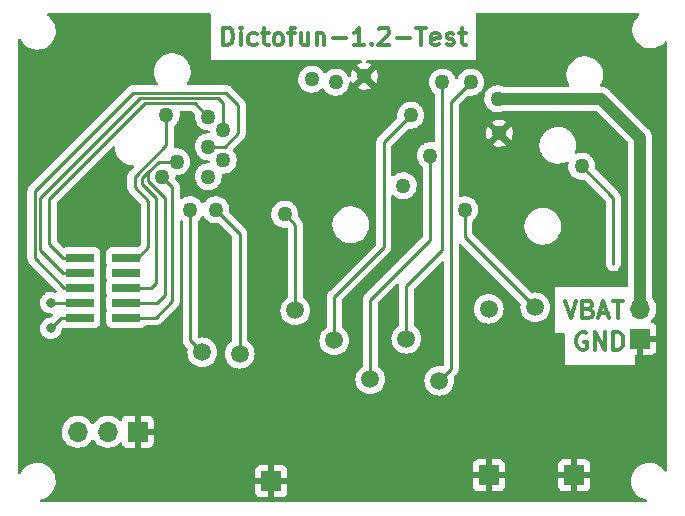
<source format=gbr>
%TF.GenerationSoftware,KiCad,Pcbnew,(6.0.4)*%
%TF.CreationDate,2022-04-30T14:42:06+02:00*%
%TF.ProjectId,test_fixture,74657374-5f66-4697-9874-7572652e6b69,rev?*%
%TF.SameCoordinates,Original*%
%TF.FileFunction,Copper,L1,Top*%
%TF.FilePolarity,Positive*%
%FSLAX46Y46*%
G04 Gerber Fmt 4.6, Leading zero omitted, Abs format (unit mm)*
G04 Created by KiCad (PCBNEW (6.0.4)) date 2022-04-30 14:42:06*
%MOMM*%
%LPD*%
G01*
G04 APERTURE LIST*
%ADD10C,0.300000*%
%TA.AperFunction,NonConductor*%
%ADD11C,0.300000*%
%TD*%
%TA.AperFunction,ComponentPad*%
%ADD12C,1.270000*%
%TD*%
%TA.AperFunction,ComponentPad*%
%ADD13R,1.700000X1.700000*%
%TD*%
%TA.AperFunction,ComponentPad*%
%ADD14O,1.700000X1.700000*%
%TD*%
%TA.AperFunction,SMDPad,CuDef*%
%ADD15C,1.500000*%
%TD*%
%TA.AperFunction,SMDPad,CuDef*%
%ADD16R,2.400000X0.740000*%
%TD*%
%TA.AperFunction,ViaPad*%
%ADD17C,0.800000*%
%TD*%
%TA.AperFunction,Conductor*%
%ADD18C,0.250000*%
%TD*%
%TA.AperFunction,Conductor*%
%ADD19C,1.000000*%
%TD*%
G04 APERTURE END LIST*
D10*
D11*
X106661428Y-84244571D02*
X106661428Y-82744571D01*
X107018571Y-82744571D01*
X107232857Y-82816000D01*
X107375714Y-82958857D01*
X107447142Y-83101714D01*
X107518571Y-83387428D01*
X107518571Y-83601714D01*
X107447142Y-83887428D01*
X107375714Y-84030285D01*
X107232857Y-84173142D01*
X107018571Y-84244571D01*
X106661428Y-84244571D01*
X108161428Y-84244571D02*
X108161428Y-83244571D01*
X108161428Y-82744571D02*
X108090000Y-82816000D01*
X108161428Y-82887428D01*
X108232857Y-82816000D01*
X108161428Y-82744571D01*
X108161428Y-82887428D01*
X109518571Y-84173142D02*
X109375714Y-84244571D01*
X109090000Y-84244571D01*
X108947142Y-84173142D01*
X108875714Y-84101714D01*
X108804285Y-83958857D01*
X108804285Y-83530285D01*
X108875714Y-83387428D01*
X108947142Y-83316000D01*
X109090000Y-83244571D01*
X109375714Y-83244571D01*
X109518571Y-83316000D01*
X109947142Y-83244571D02*
X110518571Y-83244571D01*
X110161428Y-82744571D02*
X110161428Y-84030285D01*
X110232857Y-84173142D01*
X110375714Y-84244571D01*
X110518571Y-84244571D01*
X111232857Y-84244571D02*
X111090000Y-84173142D01*
X111018571Y-84101714D01*
X110947142Y-83958857D01*
X110947142Y-83530285D01*
X111018571Y-83387428D01*
X111090000Y-83316000D01*
X111232857Y-83244571D01*
X111447142Y-83244571D01*
X111590000Y-83316000D01*
X111661428Y-83387428D01*
X111732857Y-83530285D01*
X111732857Y-83958857D01*
X111661428Y-84101714D01*
X111590000Y-84173142D01*
X111447142Y-84244571D01*
X111232857Y-84244571D01*
X112161428Y-83244571D02*
X112732857Y-83244571D01*
X112375714Y-84244571D02*
X112375714Y-82958857D01*
X112447142Y-82816000D01*
X112590000Y-82744571D01*
X112732857Y-82744571D01*
X113875714Y-83244571D02*
X113875714Y-84244571D01*
X113232857Y-83244571D02*
X113232857Y-84030285D01*
X113304285Y-84173142D01*
X113447142Y-84244571D01*
X113661428Y-84244571D01*
X113804285Y-84173142D01*
X113875714Y-84101714D01*
X114590000Y-83244571D02*
X114590000Y-84244571D01*
X114590000Y-83387428D02*
X114661428Y-83316000D01*
X114804285Y-83244571D01*
X115018571Y-83244571D01*
X115161428Y-83316000D01*
X115232857Y-83458857D01*
X115232857Y-84244571D01*
X115947142Y-83673142D02*
X117090000Y-83673142D01*
X118590000Y-84244571D02*
X117732857Y-84244571D01*
X118161428Y-84244571D02*
X118161428Y-82744571D01*
X118018571Y-82958857D01*
X117875714Y-83101714D01*
X117732857Y-83173142D01*
X119232857Y-84101714D02*
X119304285Y-84173142D01*
X119232857Y-84244571D01*
X119161428Y-84173142D01*
X119232857Y-84101714D01*
X119232857Y-84244571D01*
X119875714Y-82887428D02*
X119947142Y-82816000D01*
X120090000Y-82744571D01*
X120447142Y-82744571D01*
X120590000Y-82816000D01*
X120661428Y-82887428D01*
X120732857Y-83030285D01*
X120732857Y-83173142D01*
X120661428Y-83387428D01*
X119804285Y-84244571D01*
X120732857Y-84244571D01*
X121375714Y-83673142D02*
X122518571Y-83673142D01*
X123018571Y-82744571D02*
X123875714Y-82744571D01*
X123447142Y-84244571D02*
X123447142Y-82744571D01*
X124947142Y-84173142D02*
X124804285Y-84244571D01*
X124518571Y-84244571D01*
X124375714Y-84173142D01*
X124304285Y-84030285D01*
X124304285Y-83458857D01*
X124375714Y-83316000D01*
X124518571Y-83244571D01*
X124804285Y-83244571D01*
X124947142Y-83316000D01*
X125018571Y-83458857D01*
X125018571Y-83601714D01*
X124304285Y-83744571D01*
X125590000Y-84173142D02*
X125732857Y-84244571D01*
X126018571Y-84244571D01*
X126161428Y-84173142D01*
X126232857Y-84030285D01*
X126232857Y-83958857D01*
X126161428Y-83816000D01*
X126018571Y-83744571D01*
X125804285Y-83744571D01*
X125661428Y-83673142D01*
X125590000Y-83530285D01*
X125590000Y-83458857D01*
X125661428Y-83316000D01*
X125804285Y-83244571D01*
X126018571Y-83244571D01*
X126161428Y-83316000D01*
X126661428Y-83244571D02*
X127232857Y-83244571D01*
X126875714Y-82744571D02*
X126875714Y-84030285D01*
X126947142Y-84173142D01*
X127090000Y-84244571D01*
X127232857Y-84244571D01*
D10*
D11*
X137414142Y-108597000D02*
X137271285Y-108525571D01*
X137057000Y-108525571D01*
X136842714Y-108597000D01*
X136699857Y-108739857D01*
X136628428Y-108882714D01*
X136557000Y-109168428D01*
X136557000Y-109382714D01*
X136628428Y-109668428D01*
X136699857Y-109811285D01*
X136842714Y-109954142D01*
X137057000Y-110025571D01*
X137199857Y-110025571D01*
X137414142Y-109954142D01*
X137485571Y-109882714D01*
X137485571Y-109382714D01*
X137199857Y-109382714D01*
X138128428Y-110025571D02*
X138128428Y-108525571D01*
X138985571Y-110025571D01*
X138985571Y-108525571D01*
X139699857Y-110025571D02*
X139699857Y-108525571D01*
X140057000Y-108525571D01*
X140271285Y-108597000D01*
X140414142Y-108739857D01*
X140485571Y-108882714D01*
X140557000Y-109168428D01*
X140557000Y-109382714D01*
X140485571Y-109668428D01*
X140414142Y-109811285D01*
X140271285Y-109954142D01*
X140057000Y-110025571D01*
X139699857Y-110025571D01*
D10*
D11*
X135584714Y-105858571D02*
X136084714Y-107358571D01*
X136584714Y-105858571D01*
X137584714Y-106572857D02*
X137799000Y-106644285D01*
X137870428Y-106715714D01*
X137941857Y-106858571D01*
X137941857Y-107072857D01*
X137870428Y-107215714D01*
X137799000Y-107287142D01*
X137656142Y-107358571D01*
X137084714Y-107358571D01*
X137084714Y-105858571D01*
X137584714Y-105858571D01*
X137727571Y-105930000D01*
X137799000Y-106001428D01*
X137870428Y-106144285D01*
X137870428Y-106287142D01*
X137799000Y-106430000D01*
X137727571Y-106501428D01*
X137584714Y-106572857D01*
X137084714Y-106572857D01*
X138513285Y-106930000D02*
X139227571Y-106930000D01*
X138370428Y-107358571D02*
X138870428Y-105858571D01*
X139370428Y-107358571D01*
X139656142Y-105858571D02*
X140513285Y-105858571D01*
X140084714Y-107358571D02*
X140084714Y-105858571D01*
D12*
%TO.P,POGO19,1,Pin_1*%
%TO.N,/CHRG_IN*%
X137033000Y-94488000D03*
%TD*%
%TO.P,POGO16,1,Pin_1*%
%TO.N,/P3.3V*%
X121920000Y-96139000D03*
%TD*%
%TO.P,POGO11,1,Pin_1*%
%TO.N,/PDM_CLK*%
X106045000Y-98171000D03*
%TD*%
%TO.P,POGO10,1,Pin_1*%
%TO.N,/SPI_CLK*%
X122555000Y-90170000D03*
%TD*%
D13*
%TO.P,J1,1,Pin_1*%
%TO.N,GNDD*%
X99426000Y-116967000D03*
D14*
%TO.P,J1,2,Pin_2*%
%TO.N,/UART_TX*%
X96886000Y-116967000D03*
%TO.P,J1,3,Pin_3*%
%TO.N,/UART_RX*%
X94346000Y-116967000D03*
%TD*%
D15*
%TO.P,PDM_CLK1,1,1*%
%TO.N,/PDM_CLK*%
X108077000Y-110363000D03*
%TD*%
D13*
%TO.P,J6,1,Pin_1*%
%TO.N,GNDD*%
X136398000Y-120650000D03*
%TD*%
D12*
%TO.P,POGO5,1,Pin_1*%
%TO.N,/UART_TX*%
X116205000Y-87376000D03*
%TD*%
%TO.P,POGO7,1,Pin_1*%
%TO.N,/SPI_MOSI*%
X124206000Y-93599000D03*
%TD*%
D15*
%TO.P,SPI_MOSI1,1,1*%
%TO.N,/SPI_MOSI*%
X119126000Y-112522000D03*
%TD*%
D12*
%TO.P,POGO15,1,Pin_1*%
%TO.N,/LDO_EN*%
X127127000Y-98171000D03*
%TD*%
%TO.P,POGO13,1,Pin_1*%
%TO.N,/POWER_VBAT*%
X129921000Y-88773000D03*
%TD*%
D16*
%TO.P,J3,1,VTref*%
%TO.N,/VTREF*%
X98470000Y-107315000D03*
%TO.P,J3,2,SWDIO/TMS*%
%TO.N,/SWDIO*%
X94570000Y-107315000D03*
%TO.P,J3,3,GND*%
%TO.N,Net-(J3-Pad3)*%
X98470000Y-106045000D03*
%TO.P,J3,4,SWDCLK/TCK*%
%TO.N,/SWDCLK*%
X94570000Y-106045000D03*
%TO.P,J3,5,GND*%
%TO.N,Net-(J3-Pad3)*%
X98470000Y-104775000D03*
%TO.P,J3,6,SWO/TDO*%
%TO.N,/SWO*%
X94570000Y-104775000D03*
%TO.P,J3,7,KEY*%
%TO.N,unconnected-(J3-Pad7)*%
X98470000Y-103505000D03*
%TO.P,J3,8,NC/TDI*%
%TO.N,Net-(J3-Pad8)*%
X94570000Y-103505000D03*
%TO.P,J3,9,GNDDetect*%
%TO.N,Net-(J3-Pad9)*%
X98470000Y-102235000D03*
%TO.P,J3,10,~{RESET}*%
%TO.N,/RESET*%
X94570000Y-102235000D03*
%TD*%
D12*
%TO.P,POGO17,1,Pin_1*%
%TO.N,/DEC_CAP*%
X111887000Y-98552000D03*
%TD*%
D15*
%TO.P,PDM_DATA1,1,1*%
%TO.N,/PDM_DATA*%
X104902000Y-110236000D03*
%TD*%
%TO.P,SPI_MISO1,1,1*%
%TO.N,/SPI_MISO*%
X124968000Y-112649000D03*
%TD*%
D12*
%TO.P,POGO18,1,Pin_1*%
%TO.N,Net-(J3-Pad8)*%
X106680000Y-91440000D03*
%TD*%
D15*
%TO.P,P3.3V1,1,1*%
%TO.N,/P3.3V*%
X129159000Y-106553000D03*
%TD*%
%TO.P,SPI_CS1,1,1*%
%TO.N,/SPI_CS*%
X122174000Y-109093000D03*
%TD*%
D12*
%TO.P,POGO1,1,Pin_1*%
%TO.N,/UART_RX*%
X114173000Y-87122000D03*
%TD*%
%TO.P,POGO2,1,Pin_1*%
%TO.N,/VTREF*%
X101473000Y-95377000D03*
%TD*%
%TO.P,POGO14,1,Pin_1*%
%TO.N,GNDD*%
X118618000Y-86868000D03*
%TD*%
D13*
%TO.P,J2,1,Pin_1*%
%TO.N,GNDD*%
X141986000Y-109093000D03*
D14*
%TO.P,J2,2,Pin_2*%
%TO.N,/POWER_VBAT*%
X141986000Y-106553000D03*
%TD*%
D12*
%TO.P,POGO21,1,Pin_1*%
%TO.N,/SWDCLK*%
X106680000Y-93980000D03*
%TD*%
%TO.P,POGO20,1,Pin_1*%
%TO.N,/RESET*%
X105410000Y-90297000D03*
%TD*%
D15*
%TO.P,DEC_CAP1,1,1*%
%TO.N,/DEC_CAP*%
X112776000Y-106680000D03*
%TD*%
D12*
%TO.P,POGO9,1,Pin_1*%
%TO.N,/SPI_CS*%
X125222000Y-87376000D03*
%TD*%
%TO.P,POGO12,1,Pin_1*%
%TO.N,/PDM_DATA*%
X103886000Y-98171000D03*
%TD*%
%TO.P,POGO6,1,Pin_1*%
%TO.N,GNDD*%
X130048000Y-91694000D03*
%TD*%
D15*
%TO.P,SPI_CLK1,1,1*%
%TO.N,/SPI_CLK*%
X116078000Y-109220000D03*
%TD*%
%TO.P,LDO_EN1,1,1*%
%TO.N,/LDO_EN*%
X133096000Y-106426000D03*
%TD*%
D13*
%TO.P,J5,1,Pin_1*%
%TO.N,GNDD*%
X129159000Y-120650000D03*
%TD*%
D12*
%TO.P,POGO23,1,Pin_1*%
%TO.N,/SWO*%
X105410000Y-92837000D03*
%TD*%
%TO.P,POGO8,1,Pin_1*%
%TO.N,/SPI_MISO*%
X127635000Y-87376000D03*
%TD*%
%TO.P,POGO4,1,Pin_1*%
%TO.N,Net-(J3-Pad9)*%
X101854000Y-90170000D03*
%TD*%
D13*
%TO.P,J4,1,Pin_1*%
%TO.N,GNDD*%
X110744000Y-121158000D03*
%TD*%
D12*
%TO.P,POGO22,1,Pin_1*%
%TO.N,/SWDIO*%
X105410000Y-95377000D03*
%TD*%
%TO.P,POGO3,1,Pin_1*%
%TO.N,Net-(J3-Pad3)*%
X102743000Y-94107000D03*
%TD*%
D17*
%TO.N,/SWDIO*%
X92075000Y-108204000D03*
%TO.N,/SWDCLK*%
X92075000Y-106045000D03*
%TO.N,/P3.3V*%
X129159000Y-106553000D03*
%TD*%
D18*
%TO.N,/CHRG_IN*%
X139700000Y-97155000D02*
X139700000Y-102743000D01*
X137033000Y-94488000D02*
X139700000Y-97155000D01*
D19*
%TO.N,/POWER_VBAT*%
X141986000Y-92075000D02*
X138684000Y-88773000D01*
X138684000Y-88773000D02*
X129921000Y-88773000D01*
X141986000Y-106553000D02*
X141986000Y-92075000D01*
D18*
%TO.N,/VTREF*%
X102362000Y-96266000D02*
X101473000Y-95377000D01*
X100965000Y-107315000D02*
X102362000Y-105918000D01*
X102362000Y-105918000D02*
X102362000Y-96266000D01*
X98470000Y-107315000D02*
X100965000Y-107315000D01*
%TO.N,/SWDIO*%
X92964000Y-107315000D02*
X92075000Y-108204000D01*
X94570000Y-107315000D02*
X92964000Y-107315000D01*
%TO.N,/SWDCLK*%
X94570000Y-106045000D02*
X92075000Y-106045000D01*
X92075000Y-106045000D02*
X91948000Y-106045000D01*
%TO.N,/SWO*%
X99070040Y-88254960D02*
X106923960Y-88254960D01*
X106923960Y-88254960D02*
X107950000Y-89281000D01*
X107950000Y-89281000D02*
X107950000Y-91694000D01*
X107950000Y-91694000D02*
X106807000Y-92837000D01*
X94570000Y-104775000D02*
X93218000Y-104775000D01*
X90736480Y-96588520D02*
X99070040Y-88254960D01*
X93218000Y-104775000D02*
X90736480Y-102293480D01*
X106807000Y-92837000D02*
X105410000Y-92837000D01*
X90736480Y-102293480D02*
X90736480Y-96588520D01*
%TO.N,/RESET*%
X94570000Y-102235000D02*
X93091000Y-102235000D01*
X91948000Y-97282000D02*
X100076000Y-89154000D01*
X104267000Y-89154000D02*
X105410000Y-90297000D01*
X100076000Y-89154000D02*
X104267000Y-89154000D01*
X93091000Y-102235000D02*
X91948000Y-101092000D01*
X91948000Y-101092000D02*
X91948000Y-97282000D01*
%TO.N,/SPI_MOSI*%
X119126000Y-112522000D02*
X119126000Y-105791000D01*
X119126000Y-105791000D02*
X124206000Y-100711000D01*
X124206000Y-100711000D02*
X124206000Y-93599000D01*
%TO.N,/SPI_MISO*%
X125984000Y-89027000D02*
X127635000Y-87376000D01*
X124968000Y-112649000D02*
X125984000Y-111633000D01*
X125984000Y-111633000D02*
X125984000Y-89027000D01*
%TO.N,/SPI_CS*%
X122174000Y-104648000D02*
X125222000Y-101600000D01*
X125222000Y-101600000D02*
X125222000Y-87376000D01*
X122174000Y-109093000D02*
X122174000Y-104648000D01*
%TO.N,/SPI_CLK*%
X120269000Y-101346000D02*
X120269000Y-92456000D01*
X116078000Y-109220000D02*
X116078000Y-105537000D01*
X116078000Y-105537000D02*
X120269000Y-101346000D01*
X120269000Y-92456000D02*
X122555000Y-90170000D01*
%TO.N,/PDM_CLK*%
X108077000Y-110363000D02*
X108077000Y-100203000D01*
X108077000Y-100203000D02*
X106045000Y-98171000D01*
%TO.N,/PDM_DATA*%
X103886000Y-109220000D02*
X104902000Y-110236000D01*
X103886000Y-98171000D02*
X103886000Y-109220000D01*
%TO.N,/LDO_EN*%
X133096000Y-106426000D02*
X127127000Y-100457000D01*
X127127000Y-100457000D02*
X127127000Y-98171000D01*
%TO.N,/DEC_CAP*%
X112776000Y-106680000D02*
X112776000Y-99441000D01*
X112776000Y-99441000D02*
X111887000Y-98552000D01*
%TO.N,Net-(J3-Pad9)*%
X100330000Y-97409000D02*
X99187000Y-96266000D01*
X99187000Y-96266000D02*
X99187000Y-95377000D01*
X100330000Y-101346000D02*
X100330000Y-97409000D01*
X101854000Y-92710000D02*
X101854000Y-90170000D01*
X98470000Y-102235000D02*
X99441000Y-102235000D01*
X99187000Y-95377000D02*
X101854000Y-92710000D01*
X99441000Y-102235000D02*
X100330000Y-101346000D01*
%TO.N,Net-(J3-Pad8)*%
X93091000Y-103505000D02*
X91186000Y-101600000D01*
X106680000Y-89154000D02*
X106680000Y-91440000D01*
X91186000Y-97155000D02*
X99636520Y-88704480D01*
X106230480Y-88704480D02*
X106680000Y-89154000D01*
X99636520Y-88704480D02*
X106230480Y-88704480D01*
X94570000Y-103505000D02*
X93091000Y-103505000D01*
X91186000Y-101600000D02*
X91186000Y-97155000D01*
%TO.N,Net-(J3-Pad3)*%
X99822000Y-95504000D02*
X100330000Y-94996000D01*
X101727000Y-105410000D02*
X101727000Y-97155000D01*
X100584000Y-104775000D02*
X100965000Y-104394000D01*
X100965000Y-97155000D02*
X99822000Y-96012000D01*
X101219000Y-94107000D02*
X102743000Y-94107000D01*
X98470000Y-106045000D02*
X101092000Y-106045000D01*
X101092000Y-106045000D02*
X101727000Y-105410000D01*
X100330000Y-94996000D02*
X101219000Y-94107000D01*
X100965000Y-104394000D02*
X100965000Y-97155000D01*
X100330000Y-95758000D02*
X100330000Y-94996000D01*
X99822000Y-96012000D02*
X99822000Y-95504000D01*
X101727000Y-97155000D02*
X100330000Y-95758000D01*
X98470000Y-104775000D02*
X100584000Y-104775000D01*
%TD*%
%TA.AperFunction,Conductor*%
%TO.N,GNDD*%
G36*
X105587907Y-81554502D02*
G01*
X105634400Y-81608158D01*
X105645786Y-81660500D01*
X105645786Y-85507000D01*
X118311419Y-85507000D01*
X118379540Y-85527002D01*
X118426033Y-85580658D01*
X118436137Y-85650932D01*
X118406643Y-85715512D01*
X118346917Y-85753896D01*
X118332756Y-85757180D01*
X118326600Y-85758238D01*
X118315479Y-85761218D01*
X118129234Y-85829927D01*
X118118856Y-85834877D01*
X118024849Y-85890806D01*
X118015251Y-85901139D01*
X118018738Y-85909528D01*
X118605188Y-86495978D01*
X118619132Y-86503592D01*
X118620965Y-86503461D01*
X118627580Y-86499210D01*
X119213657Y-85913133D01*
X119220417Y-85900753D01*
X119214387Y-85892698D01*
X119144020Y-85848299D01*
X119133769Y-85843076D01*
X118949389Y-85769516D01*
X118938352Y-85766247D01*
X118889751Y-85756579D01*
X118826842Y-85723671D01*
X118791710Y-85661976D01*
X118795510Y-85591081D01*
X118837036Y-85533495D01*
X118903103Y-85507501D01*
X118914333Y-85507000D01*
X128034215Y-85507000D01*
X128034215Y-81660500D01*
X128054217Y-81592379D01*
X128107873Y-81545886D01*
X128160215Y-81534500D01*
X141768839Y-81534500D01*
X141836960Y-81554502D01*
X141883453Y-81608158D01*
X141893557Y-81678432D01*
X141864063Y-81743012D01*
X141852164Y-81755014D01*
X141797383Y-81803310D01*
X141750262Y-81844853D01*
X141591076Y-82038649D01*
X141464922Y-82255404D01*
X141463109Y-82260127D01*
X141463108Y-82260129D01*
X141453297Y-82285687D01*
X141375045Y-82489539D01*
X141374012Y-82494485D01*
X141374010Y-82494491D01*
X141330490Y-82702814D01*
X141323759Y-82735033D01*
X141323530Y-82740082D01*
X141323529Y-82740088D01*
X141322884Y-82754301D01*
X141312382Y-82985568D01*
X141312963Y-82990588D01*
X141312963Y-82990592D01*
X141325924Y-83102607D01*
X141341208Y-83234699D01*
X141409494Y-83476017D01*
X141411628Y-83480592D01*
X141411630Y-83480599D01*
X141504343Y-83679422D01*
X141515484Y-83703313D01*
X141518326Y-83707494D01*
X141518326Y-83707495D01*
X141653605Y-83906552D01*
X141653608Y-83906556D01*
X141656451Y-83910739D01*
X141659928Y-83914416D01*
X141659929Y-83914417D01*
X141760238Y-84020491D01*
X141828767Y-84092959D01*
X141832793Y-84096037D01*
X141832794Y-84096038D01*
X142023981Y-84242212D01*
X142023985Y-84242215D01*
X142028001Y-84245285D01*
X142032459Y-84247675D01*
X142032460Y-84247676D01*
X142153723Y-84312696D01*
X142249026Y-84363797D01*
X142253807Y-84365443D01*
X142253811Y-84365445D01*
X142473073Y-84440943D01*
X142486156Y-84445448D01*
X142589689Y-84463331D01*
X142729380Y-84487460D01*
X142729386Y-84487461D01*
X142733290Y-84488135D01*
X142737251Y-84488315D01*
X142737252Y-84488315D01*
X142761931Y-84489436D01*
X142761950Y-84489436D01*
X142763350Y-84489500D01*
X142938015Y-84489500D01*
X142940523Y-84489298D01*
X142940528Y-84489298D01*
X143119944Y-84474863D01*
X143119949Y-84474862D01*
X143124985Y-84474457D01*
X143129893Y-84473252D01*
X143129896Y-84473251D01*
X143363625Y-84415841D01*
X143368539Y-84414634D01*
X143373191Y-84412659D01*
X143373195Y-84412658D01*
X143594741Y-84318617D01*
X143594742Y-84318617D01*
X143599396Y-84316641D01*
X143811615Y-84183000D01*
X143999738Y-84017147D01*
X144048138Y-83958224D01*
X144106830Y-83918283D01*
X144177802Y-83916413D01*
X144238518Y-83953210D01*
X144269702Y-84016992D01*
X144271500Y-84038202D01*
X144271500Y-120217413D01*
X144251498Y-120285534D01*
X144197842Y-120332027D01*
X144127568Y-120342131D01*
X144062988Y-120312637D01*
X144041288Y-120288236D01*
X143969395Y-120182448D01*
X143969392Y-120182444D01*
X143966549Y-120178261D01*
X143865925Y-120071853D01*
X143797713Y-119999721D01*
X143794233Y-119996041D01*
X143720562Y-119939715D01*
X143599019Y-119846788D01*
X143599015Y-119846785D01*
X143594999Y-119843715D01*
X143514163Y-119800371D01*
X143378435Y-119727595D01*
X143373974Y-119725203D01*
X143369193Y-119723557D01*
X143369189Y-119723555D01*
X143141633Y-119645201D01*
X143136844Y-119643552D01*
X143033311Y-119625669D01*
X142893620Y-119601540D01*
X142893614Y-119601539D01*
X142889710Y-119600865D01*
X142885749Y-119600685D01*
X142885748Y-119600685D01*
X142861069Y-119599564D01*
X142861050Y-119599564D01*
X142859650Y-119599500D01*
X142684985Y-119599500D01*
X142682477Y-119599702D01*
X142682472Y-119599702D01*
X142503056Y-119614137D01*
X142503051Y-119614138D01*
X142498015Y-119614543D01*
X142493107Y-119615748D01*
X142493104Y-119615749D01*
X142261326Y-119672680D01*
X142254461Y-119674366D01*
X142249809Y-119676341D01*
X142249805Y-119676342D01*
X142063719Y-119755331D01*
X142023604Y-119772359D01*
X141811385Y-119906000D01*
X141623262Y-120071853D01*
X141464076Y-120265649D01*
X141337922Y-120482404D01*
X141336109Y-120487127D01*
X141336108Y-120487129D01*
X141309467Y-120556530D01*
X141248045Y-120716539D01*
X141247012Y-120721485D01*
X141247010Y-120721491D01*
X141208282Y-120906876D01*
X141196759Y-120962033D01*
X141185382Y-121212568D01*
X141214208Y-121461699D01*
X141215587Y-121466573D01*
X141215588Y-121466577D01*
X141258325Y-121617606D01*
X141282494Y-121703017D01*
X141284628Y-121707592D01*
X141284630Y-121707599D01*
X141362526Y-121874646D01*
X141388484Y-121930313D01*
X141391326Y-121934494D01*
X141391326Y-121934495D01*
X141526605Y-122133552D01*
X141526608Y-122133556D01*
X141529451Y-122137739D01*
X141532928Y-122141416D01*
X141532929Y-122141417D01*
X141631879Y-122246054D01*
X141701767Y-122319959D01*
X141705793Y-122323037D01*
X141705794Y-122323038D01*
X141896981Y-122469212D01*
X141896985Y-122469215D01*
X141901001Y-122472285D01*
X141905459Y-122474675D01*
X141905460Y-122474676D01*
X142029048Y-122540943D01*
X142122026Y-122590797D01*
X142126807Y-122592443D01*
X142126811Y-122592445D01*
X142352538Y-122670169D01*
X142359156Y-122672448D01*
X142433788Y-122685339D01*
X142497510Y-122716643D01*
X142534192Y-122777430D01*
X142532188Y-122848398D01*
X142492133Y-122907016D01*
X142426745Y-122934674D01*
X142412342Y-122935500D01*
X91270340Y-122935500D01*
X91202219Y-122915498D01*
X91155726Y-122861842D01*
X91145622Y-122791568D01*
X91175116Y-122726988D01*
X91240285Y-122687137D01*
X91420625Y-122642841D01*
X91425539Y-122641634D01*
X91430191Y-122639659D01*
X91430195Y-122639658D01*
X91651741Y-122545617D01*
X91651742Y-122545617D01*
X91656396Y-122543641D01*
X91868615Y-122410000D01*
X92056738Y-122244147D01*
X92214020Y-122052669D01*
X109386001Y-122052669D01*
X109386371Y-122059490D01*
X109391895Y-122110352D01*
X109395521Y-122125604D01*
X109440676Y-122246054D01*
X109449214Y-122261649D01*
X109525715Y-122363724D01*
X109538276Y-122376285D01*
X109640351Y-122452786D01*
X109655946Y-122461324D01*
X109776394Y-122506478D01*
X109791649Y-122510105D01*
X109842514Y-122515631D01*
X109849328Y-122516000D01*
X110471885Y-122516000D01*
X110487124Y-122511525D01*
X110488329Y-122510135D01*
X110490000Y-122502452D01*
X110490000Y-122497884D01*
X110998000Y-122497884D01*
X111002475Y-122513123D01*
X111003865Y-122514328D01*
X111011548Y-122515999D01*
X111638669Y-122515999D01*
X111645490Y-122515629D01*
X111696352Y-122510105D01*
X111711604Y-122506479D01*
X111832054Y-122461324D01*
X111847649Y-122452786D01*
X111949724Y-122376285D01*
X111962285Y-122363724D01*
X112038786Y-122261649D01*
X112047324Y-122246054D01*
X112092478Y-122125606D01*
X112096105Y-122110351D01*
X112101631Y-122059486D01*
X112102000Y-122052672D01*
X112102000Y-121544669D01*
X127801001Y-121544669D01*
X127801371Y-121551490D01*
X127806895Y-121602352D01*
X127810521Y-121617604D01*
X127855676Y-121738054D01*
X127864214Y-121753649D01*
X127940715Y-121855724D01*
X127953276Y-121868285D01*
X128055351Y-121944786D01*
X128070946Y-121953324D01*
X128191394Y-121998478D01*
X128206649Y-122002105D01*
X128257514Y-122007631D01*
X128264328Y-122008000D01*
X128886885Y-122008000D01*
X128902124Y-122003525D01*
X128903329Y-122002135D01*
X128905000Y-121994452D01*
X128905000Y-121989884D01*
X129413000Y-121989884D01*
X129417475Y-122005123D01*
X129418865Y-122006328D01*
X129426548Y-122007999D01*
X130053669Y-122007999D01*
X130060490Y-122007629D01*
X130111352Y-122002105D01*
X130126604Y-121998479D01*
X130247054Y-121953324D01*
X130262649Y-121944786D01*
X130364724Y-121868285D01*
X130377285Y-121855724D01*
X130453786Y-121753649D01*
X130462324Y-121738054D01*
X130507478Y-121617606D01*
X130511105Y-121602351D01*
X130516631Y-121551486D01*
X130517000Y-121544672D01*
X130517000Y-121544669D01*
X135040001Y-121544669D01*
X135040371Y-121551490D01*
X135045895Y-121602352D01*
X135049521Y-121617604D01*
X135094676Y-121738054D01*
X135103214Y-121753649D01*
X135179715Y-121855724D01*
X135192276Y-121868285D01*
X135294351Y-121944786D01*
X135309946Y-121953324D01*
X135430394Y-121998478D01*
X135445649Y-122002105D01*
X135496514Y-122007631D01*
X135503328Y-122008000D01*
X136125885Y-122008000D01*
X136141124Y-122003525D01*
X136142329Y-122002135D01*
X136144000Y-121994452D01*
X136144000Y-121989884D01*
X136652000Y-121989884D01*
X136656475Y-122005123D01*
X136657865Y-122006328D01*
X136665548Y-122007999D01*
X137292669Y-122007999D01*
X137299490Y-122007629D01*
X137350352Y-122002105D01*
X137365604Y-121998479D01*
X137486054Y-121953324D01*
X137501649Y-121944786D01*
X137603724Y-121868285D01*
X137616285Y-121855724D01*
X137692786Y-121753649D01*
X137701324Y-121738054D01*
X137746478Y-121617606D01*
X137750105Y-121602351D01*
X137755631Y-121551486D01*
X137756000Y-121544672D01*
X137756000Y-120922115D01*
X137751525Y-120906876D01*
X137750135Y-120905671D01*
X137742452Y-120904000D01*
X136670115Y-120904000D01*
X136654876Y-120908475D01*
X136653671Y-120909865D01*
X136652000Y-120917548D01*
X136652000Y-121989884D01*
X136144000Y-121989884D01*
X136144000Y-120922115D01*
X136139525Y-120906876D01*
X136138135Y-120905671D01*
X136130452Y-120904000D01*
X135058116Y-120904000D01*
X135042877Y-120908475D01*
X135041672Y-120909865D01*
X135040001Y-120917548D01*
X135040001Y-121544669D01*
X130517000Y-121544669D01*
X130517000Y-120922115D01*
X130512525Y-120906876D01*
X130511135Y-120905671D01*
X130503452Y-120904000D01*
X129431115Y-120904000D01*
X129415876Y-120908475D01*
X129414671Y-120909865D01*
X129413000Y-120917548D01*
X129413000Y-121989884D01*
X128905000Y-121989884D01*
X128905000Y-120922115D01*
X128900525Y-120906876D01*
X128899135Y-120905671D01*
X128891452Y-120904000D01*
X127819116Y-120904000D01*
X127803877Y-120908475D01*
X127802672Y-120909865D01*
X127801001Y-120917548D01*
X127801001Y-121544669D01*
X112102000Y-121544669D01*
X112102000Y-121430115D01*
X112097525Y-121414876D01*
X112096135Y-121413671D01*
X112088452Y-121412000D01*
X111016115Y-121412000D01*
X111000876Y-121416475D01*
X110999671Y-121417865D01*
X110998000Y-121425548D01*
X110998000Y-122497884D01*
X110490000Y-122497884D01*
X110490000Y-121430115D01*
X110485525Y-121414876D01*
X110484135Y-121413671D01*
X110476452Y-121412000D01*
X109404116Y-121412000D01*
X109388877Y-121416475D01*
X109387672Y-121417865D01*
X109386001Y-121425548D01*
X109386001Y-122052669D01*
X92214020Y-122052669D01*
X92215924Y-122050351D01*
X92342078Y-121833596D01*
X92374196Y-121749928D01*
X92430143Y-121604181D01*
X92431955Y-121599461D01*
X92441978Y-121551486D01*
X92482206Y-121358921D01*
X92483241Y-121353967D01*
X92494618Y-121103432D01*
X92469446Y-120885885D01*
X109386000Y-120885885D01*
X109390475Y-120901124D01*
X109391865Y-120902329D01*
X109399548Y-120904000D01*
X110471885Y-120904000D01*
X110487124Y-120899525D01*
X110488329Y-120898135D01*
X110490000Y-120890452D01*
X110490000Y-120885885D01*
X110998000Y-120885885D01*
X111002475Y-120901124D01*
X111003865Y-120902329D01*
X111011548Y-120904000D01*
X112083884Y-120904000D01*
X112099123Y-120899525D01*
X112100328Y-120898135D01*
X112101999Y-120890452D01*
X112101999Y-120377885D01*
X127801000Y-120377885D01*
X127805475Y-120393124D01*
X127806865Y-120394329D01*
X127814548Y-120396000D01*
X128886885Y-120396000D01*
X128902124Y-120391525D01*
X128903329Y-120390135D01*
X128905000Y-120382452D01*
X128905000Y-120377885D01*
X129413000Y-120377885D01*
X129417475Y-120393124D01*
X129418865Y-120394329D01*
X129426548Y-120396000D01*
X130498884Y-120396000D01*
X130514123Y-120391525D01*
X130515328Y-120390135D01*
X130516999Y-120382452D01*
X130516999Y-120377885D01*
X135040000Y-120377885D01*
X135044475Y-120393124D01*
X135045865Y-120394329D01*
X135053548Y-120396000D01*
X136125885Y-120396000D01*
X136141124Y-120391525D01*
X136142329Y-120390135D01*
X136144000Y-120382452D01*
X136144000Y-120377885D01*
X136652000Y-120377885D01*
X136656475Y-120393124D01*
X136657865Y-120394329D01*
X136665548Y-120396000D01*
X137737884Y-120396000D01*
X137753123Y-120391525D01*
X137754328Y-120390135D01*
X137755999Y-120382452D01*
X137755999Y-119755331D01*
X137755629Y-119748510D01*
X137750105Y-119697648D01*
X137746479Y-119682396D01*
X137701324Y-119561946D01*
X137692786Y-119546351D01*
X137616285Y-119444276D01*
X137603724Y-119431715D01*
X137501649Y-119355214D01*
X137486054Y-119346676D01*
X137365606Y-119301522D01*
X137350351Y-119297895D01*
X137299486Y-119292369D01*
X137292672Y-119292000D01*
X136670115Y-119292000D01*
X136654876Y-119296475D01*
X136653671Y-119297865D01*
X136652000Y-119305548D01*
X136652000Y-120377885D01*
X136144000Y-120377885D01*
X136144000Y-119310116D01*
X136139525Y-119294877D01*
X136138135Y-119293672D01*
X136130452Y-119292001D01*
X135503331Y-119292001D01*
X135496510Y-119292371D01*
X135445648Y-119297895D01*
X135430396Y-119301521D01*
X135309946Y-119346676D01*
X135294351Y-119355214D01*
X135192276Y-119431715D01*
X135179715Y-119444276D01*
X135103214Y-119546351D01*
X135094676Y-119561946D01*
X135049522Y-119682394D01*
X135045895Y-119697649D01*
X135040369Y-119748514D01*
X135040000Y-119755328D01*
X135040000Y-120377885D01*
X130516999Y-120377885D01*
X130516999Y-119755331D01*
X130516629Y-119748510D01*
X130511105Y-119697648D01*
X130507479Y-119682396D01*
X130462324Y-119561946D01*
X130453786Y-119546351D01*
X130377285Y-119444276D01*
X130364724Y-119431715D01*
X130262649Y-119355214D01*
X130247054Y-119346676D01*
X130126606Y-119301522D01*
X130111351Y-119297895D01*
X130060486Y-119292369D01*
X130053672Y-119292000D01*
X129431115Y-119292000D01*
X129415876Y-119296475D01*
X129414671Y-119297865D01*
X129413000Y-119305548D01*
X129413000Y-120377885D01*
X128905000Y-120377885D01*
X128905000Y-119310116D01*
X128900525Y-119294877D01*
X128899135Y-119293672D01*
X128891452Y-119292001D01*
X128264331Y-119292001D01*
X128257510Y-119292371D01*
X128206648Y-119297895D01*
X128191396Y-119301521D01*
X128070946Y-119346676D01*
X128055351Y-119355214D01*
X127953276Y-119431715D01*
X127940715Y-119444276D01*
X127864214Y-119546351D01*
X127855676Y-119561946D01*
X127810522Y-119682394D01*
X127806895Y-119697649D01*
X127801369Y-119748514D01*
X127801000Y-119755328D01*
X127801000Y-120377885D01*
X112101999Y-120377885D01*
X112101999Y-120263331D01*
X112101629Y-120256510D01*
X112096105Y-120205648D01*
X112092479Y-120190396D01*
X112047324Y-120069946D01*
X112038786Y-120054351D01*
X111962285Y-119952276D01*
X111949724Y-119939715D01*
X111847649Y-119863214D01*
X111832054Y-119854676D01*
X111711606Y-119809522D01*
X111696351Y-119805895D01*
X111645486Y-119800369D01*
X111638672Y-119800000D01*
X111016115Y-119800000D01*
X111000876Y-119804475D01*
X110999671Y-119805865D01*
X110998000Y-119813548D01*
X110998000Y-120885885D01*
X110490000Y-120885885D01*
X110490000Y-119818116D01*
X110485525Y-119802877D01*
X110484135Y-119801672D01*
X110476452Y-119800001D01*
X109849331Y-119800001D01*
X109842510Y-119800371D01*
X109791648Y-119805895D01*
X109776396Y-119809521D01*
X109655946Y-119854676D01*
X109640351Y-119863214D01*
X109538276Y-119939715D01*
X109525715Y-119952276D01*
X109449214Y-120054351D01*
X109440676Y-120069946D01*
X109395522Y-120190394D01*
X109391895Y-120205649D01*
X109386369Y-120256514D01*
X109386000Y-120263328D01*
X109386000Y-120885885D01*
X92469446Y-120885885D01*
X92465792Y-120854301D01*
X92426810Y-120716539D01*
X92398884Y-120617852D01*
X92398883Y-120617850D01*
X92397506Y-120612983D01*
X92395372Y-120608408D01*
X92395370Y-120608401D01*
X92293653Y-120390269D01*
X92293651Y-120390265D01*
X92291516Y-120385687D01*
X92223452Y-120285534D01*
X92153395Y-120182448D01*
X92153392Y-120182444D01*
X92150549Y-120178261D01*
X92049925Y-120071853D01*
X91981713Y-119999721D01*
X91978233Y-119996041D01*
X91904562Y-119939715D01*
X91783019Y-119846788D01*
X91783015Y-119846785D01*
X91778999Y-119843715D01*
X91698163Y-119800371D01*
X91562435Y-119727595D01*
X91557974Y-119725203D01*
X91553193Y-119723557D01*
X91553189Y-119723555D01*
X91325633Y-119645201D01*
X91320844Y-119643552D01*
X91217311Y-119625669D01*
X91077620Y-119601540D01*
X91077614Y-119601539D01*
X91073710Y-119600865D01*
X91069749Y-119600685D01*
X91069748Y-119600685D01*
X91045069Y-119599564D01*
X91045050Y-119599564D01*
X91043650Y-119599500D01*
X90868985Y-119599500D01*
X90866477Y-119599702D01*
X90866472Y-119599702D01*
X90687056Y-119614137D01*
X90687051Y-119614138D01*
X90682015Y-119614543D01*
X90677107Y-119615748D01*
X90677104Y-119615749D01*
X90445326Y-119672680D01*
X90438461Y-119674366D01*
X90433809Y-119676341D01*
X90433805Y-119676342D01*
X90247719Y-119755331D01*
X90207604Y-119772359D01*
X89995385Y-119906000D01*
X89807262Y-120071853D01*
X89648076Y-120265649D01*
X89521922Y-120482404D01*
X89520776Y-120485388D01*
X89473657Y-120537786D01*
X89405179Y-120556530D01*
X89337439Y-120535276D01*
X89291942Y-120480774D01*
X89281500Y-120430551D01*
X89281500Y-116933695D01*
X92983251Y-116933695D01*
X92996110Y-117156715D01*
X92997247Y-117161761D01*
X92997248Y-117161767D01*
X93011606Y-117225475D01*
X93045222Y-117374639D01*
X93129266Y-117581616D01*
X93180942Y-117665944D01*
X93243291Y-117767688D01*
X93245987Y-117772088D01*
X93392250Y-117940938D01*
X93564126Y-118083632D01*
X93757000Y-118196338D01*
X93965692Y-118276030D01*
X93970760Y-118277061D01*
X93970763Y-118277062D01*
X94078017Y-118298883D01*
X94184597Y-118320567D01*
X94189772Y-118320757D01*
X94189774Y-118320757D01*
X94402673Y-118328564D01*
X94402677Y-118328564D01*
X94407837Y-118328753D01*
X94412957Y-118328097D01*
X94412959Y-118328097D01*
X94624288Y-118301025D01*
X94624289Y-118301025D01*
X94629416Y-118300368D01*
X94634366Y-118298883D01*
X94838429Y-118237661D01*
X94838434Y-118237659D01*
X94843384Y-118236174D01*
X95043994Y-118137896D01*
X95225860Y-118008173D01*
X95384096Y-117850489D01*
X95443594Y-117767689D01*
X95514453Y-117669077D01*
X95515776Y-117670028D01*
X95562645Y-117626857D01*
X95632580Y-117614625D01*
X95698026Y-117642144D01*
X95725875Y-117673994D01*
X95785987Y-117772088D01*
X95932250Y-117940938D01*
X96104126Y-118083632D01*
X96297000Y-118196338D01*
X96505692Y-118276030D01*
X96510760Y-118277061D01*
X96510763Y-118277062D01*
X96618017Y-118298883D01*
X96724597Y-118320567D01*
X96729772Y-118320757D01*
X96729774Y-118320757D01*
X96942673Y-118328564D01*
X96942677Y-118328564D01*
X96947837Y-118328753D01*
X96952957Y-118328097D01*
X96952959Y-118328097D01*
X97164288Y-118301025D01*
X97164289Y-118301025D01*
X97169416Y-118300368D01*
X97174366Y-118298883D01*
X97378429Y-118237661D01*
X97378434Y-118237659D01*
X97383384Y-118236174D01*
X97583994Y-118137896D01*
X97765860Y-118008173D01*
X97833331Y-117940938D01*
X97874479Y-117899933D01*
X97936851Y-117866017D01*
X98007658Y-117871205D01*
X98064419Y-117913851D01*
X98081401Y-117944954D01*
X98122676Y-118055054D01*
X98131214Y-118070649D01*
X98207715Y-118172724D01*
X98220276Y-118185285D01*
X98322351Y-118261786D01*
X98337946Y-118270324D01*
X98458394Y-118315478D01*
X98473649Y-118319105D01*
X98524514Y-118324631D01*
X98531328Y-118325000D01*
X99153885Y-118325000D01*
X99169124Y-118320525D01*
X99170329Y-118319135D01*
X99172000Y-118311452D01*
X99172000Y-118306884D01*
X99680000Y-118306884D01*
X99684475Y-118322123D01*
X99685865Y-118323328D01*
X99693548Y-118324999D01*
X100320669Y-118324999D01*
X100327490Y-118324629D01*
X100378352Y-118319105D01*
X100393604Y-118315479D01*
X100514054Y-118270324D01*
X100529649Y-118261786D01*
X100631724Y-118185285D01*
X100644285Y-118172724D01*
X100720786Y-118070649D01*
X100729324Y-118055054D01*
X100774478Y-117934606D01*
X100778105Y-117919351D01*
X100783631Y-117868486D01*
X100784000Y-117861672D01*
X100784000Y-117239115D01*
X100779525Y-117223876D01*
X100778135Y-117222671D01*
X100770452Y-117221000D01*
X99698115Y-117221000D01*
X99682876Y-117225475D01*
X99681671Y-117226865D01*
X99680000Y-117234548D01*
X99680000Y-118306884D01*
X99172000Y-118306884D01*
X99172000Y-116694885D01*
X99680000Y-116694885D01*
X99684475Y-116710124D01*
X99685865Y-116711329D01*
X99693548Y-116713000D01*
X100765884Y-116713000D01*
X100781123Y-116708525D01*
X100782328Y-116707135D01*
X100783999Y-116699452D01*
X100783999Y-116072331D01*
X100783629Y-116065510D01*
X100778105Y-116014648D01*
X100774479Y-115999396D01*
X100729324Y-115878946D01*
X100720786Y-115863351D01*
X100644285Y-115761276D01*
X100631724Y-115748715D01*
X100529649Y-115672214D01*
X100514054Y-115663676D01*
X100393606Y-115618522D01*
X100378351Y-115614895D01*
X100327486Y-115609369D01*
X100320672Y-115609000D01*
X99698115Y-115609000D01*
X99682876Y-115613475D01*
X99681671Y-115614865D01*
X99680000Y-115622548D01*
X99680000Y-116694885D01*
X99172000Y-116694885D01*
X99172000Y-115627116D01*
X99167525Y-115611877D01*
X99166135Y-115610672D01*
X99158452Y-115609001D01*
X98531331Y-115609001D01*
X98524510Y-115609371D01*
X98473648Y-115614895D01*
X98458396Y-115618521D01*
X98337946Y-115663676D01*
X98322351Y-115672214D01*
X98220276Y-115748715D01*
X98207715Y-115761276D01*
X98131214Y-115863351D01*
X98122676Y-115878946D01*
X98081297Y-115989322D01*
X98038655Y-116046087D01*
X97972093Y-116070786D01*
X97902744Y-116055578D01*
X97870121Y-116029891D01*
X97819151Y-115973876D01*
X97819145Y-115973870D01*
X97815670Y-115970051D01*
X97811619Y-115966852D01*
X97811615Y-115966848D01*
X97644414Y-115834800D01*
X97644410Y-115834798D01*
X97640359Y-115831598D01*
X97444789Y-115723638D01*
X97439920Y-115721914D01*
X97439916Y-115721912D01*
X97239087Y-115650795D01*
X97239083Y-115650794D01*
X97234212Y-115649069D01*
X97229119Y-115648162D01*
X97229116Y-115648161D01*
X97019373Y-115610800D01*
X97019367Y-115610799D01*
X97014284Y-115609894D01*
X96940452Y-115608992D01*
X96796081Y-115607228D01*
X96796079Y-115607228D01*
X96790911Y-115607165D01*
X96570091Y-115640955D01*
X96357756Y-115710357D01*
X96159607Y-115813507D01*
X96155474Y-115816610D01*
X96155471Y-115816612D01*
X96072450Y-115878946D01*
X95980965Y-115947635D01*
X95826629Y-116109138D01*
X95719201Y-116266621D01*
X95664293Y-116311621D01*
X95593768Y-116319792D01*
X95530021Y-116288538D01*
X95509324Y-116264054D01*
X95428822Y-116139617D01*
X95428820Y-116139614D01*
X95426014Y-116135277D01*
X95275670Y-115970051D01*
X95271619Y-115966852D01*
X95271615Y-115966848D01*
X95104414Y-115834800D01*
X95104410Y-115834798D01*
X95100359Y-115831598D01*
X94904789Y-115723638D01*
X94899920Y-115721914D01*
X94899916Y-115721912D01*
X94699087Y-115650795D01*
X94699083Y-115650794D01*
X94694212Y-115649069D01*
X94689119Y-115648162D01*
X94689116Y-115648161D01*
X94479373Y-115610800D01*
X94479367Y-115610799D01*
X94474284Y-115609894D01*
X94400452Y-115608992D01*
X94256081Y-115607228D01*
X94256079Y-115607228D01*
X94250911Y-115607165D01*
X94030091Y-115640955D01*
X93817756Y-115710357D01*
X93619607Y-115813507D01*
X93615474Y-115816610D01*
X93615471Y-115816612D01*
X93532450Y-115878946D01*
X93440965Y-115947635D01*
X93286629Y-116109138D01*
X93160743Y-116293680D01*
X93066688Y-116496305D01*
X93006989Y-116711570D01*
X92983251Y-116933695D01*
X89281500Y-116933695D01*
X89281500Y-112522000D01*
X117862693Y-112522000D01*
X117881885Y-112741371D01*
X117938880Y-112954076D01*
X117941205Y-112959061D01*
X118029618Y-113148666D01*
X118029621Y-113148671D01*
X118031944Y-113153653D01*
X118035100Y-113158160D01*
X118035101Y-113158162D01*
X118124028Y-113285162D01*
X118158251Y-113334038D01*
X118313962Y-113489749D01*
X118494346Y-113616056D01*
X118693924Y-113709120D01*
X118906629Y-113766115D01*
X119126000Y-113785307D01*
X119345371Y-113766115D01*
X119558076Y-113709120D01*
X119757654Y-113616056D01*
X119938038Y-113489749D01*
X120093749Y-113334038D01*
X120127973Y-113285162D01*
X120216899Y-113158162D01*
X120216900Y-113158160D01*
X120220056Y-113153653D01*
X120222379Y-113148671D01*
X120222382Y-113148666D01*
X120310795Y-112959061D01*
X120313120Y-112954076D01*
X120370115Y-112741371D01*
X120389307Y-112522000D01*
X120370115Y-112302629D01*
X120313120Y-112089924D01*
X120248231Y-111950768D01*
X120222382Y-111895334D01*
X120222379Y-111895329D01*
X120220056Y-111890347D01*
X120209311Y-111875001D01*
X120096908Y-111714473D01*
X120096906Y-111714470D01*
X120093749Y-111709962D01*
X119938038Y-111554251D01*
X119933530Y-111551094D01*
X119933527Y-111551092D01*
X119832161Y-111480115D01*
X119813228Y-111466858D01*
X119768901Y-111411402D01*
X119759500Y-111363646D01*
X119759500Y-106105594D01*
X119779502Y-106037473D01*
X119796405Y-106016499D01*
X121325405Y-104487499D01*
X121387717Y-104453473D01*
X121458532Y-104458538D01*
X121515368Y-104501085D01*
X121540179Y-104567605D01*
X121540500Y-104576594D01*
X121540500Y-104588224D01*
X121538949Y-104607934D01*
X121535780Y-104627943D01*
X121536526Y-104635835D01*
X121539941Y-104671961D01*
X121540500Y-104683819D01*
X121540500Y-107934646D01*
X121520498Y-108002767D01*
X121486772Y-108037858D01*
X121482169Y-108041081D01*
X121366473Y-108122092D01*
X121366470Y-108122094D01*
X121361962Y-108125251D01*
X121206251Y-108280962D01*
X121203094Y-108285470D01*
X121203092Y-108285473D01*
X121114166Y-108412473D01*
X121079944Y-108461347D01*
X121077621Y-108466329D01*
X121077618Y-108466334D01*
X121030415Y-108567562D01*
X120986880Y-108660924D01*
X120929885Y-108873629D01*
X120910693Y-109093000D01*
X120929885Y-109312371D01*
X120986880Y-109525076D01*
X121021742Y-109599838D01*
X121077618Y-109719666D01*
X121077621Y-109719671D01*
X121079944Y-109724653D01*
X121083100Y-109729160D01*
X121083101Y-109729162D01*
X121172028Y-109856162D01*
X121206251Y-109905038D01*
X121361962Y-110060749D01*
X121542346Y-110187056D01*
X121741924Y-110280120D01*
X121954629Y-110337115D01*
X122174000Y-110356307D01*
X122393371Y-110337115D01*
X122606076Y-110280120D01*
X122805654Y-110187056D01*
X122986038Y-110060749D01*
X123141749Y-109905038D01*
X123175973Y-109856162D01*
X123264899Y-109729162D01*
X123264900Y-109729160D01*
X123268056Y-109724653D01*
X123270379Y-109719671D01*
X123270382Y-109719666D01*
X123326258Y-109599838D01*
X123361120Y-109525076D01*
X123418115Y-109312371D01*
X123437307Y-109093000D01*
X123418115Y-108873629D01*
X123361120Y-108660924D01*
X123317585Y-108567562D01*
X123270382Y-108466334D01*
X123270379Y-108466329D01*
X123268056Y-108461347D01*
X123233834Y-108412473D01*
X123144908Y-108285473D01*
X123144906Y-108285470D01*
X123141749Y-108280962D01*
X122986038Y-108125251D01*
X122981530Y-108122094D01*
X122981527Y-108122092D01*
X122865831Y-108041081D01*
X122861228Y-108037858D01*
X122816901Y-107982402D01*
X122807500Y-107934646D01*
X122807500Y-104962594D01*
X122827502Y-104894473D01*
X122844405Y-104873499D01*
X125135405Y-102582500D01*
X125197717Y-102548474D01*
X125268533Y-102553539D01*
X125325368Y-102596086D01*
X125350179Y-102662606D01*
X125350500Y-102671595D01*
X125350500Y-111284389D01*
X125330498Y-111352510D01*
X125276842Y-111399003D01*
X125206568Y-111409107D01*
X125194433Y-111406617D01*
X125192684Y-111406309D01*
X125187371Y-111404885D01*
X124968000Y-111385693D01*
X124748629Y-111404885D01*
X124535924Y-111461880D01*
X124496819Y-111480115D01*
X124341334Y-111552618D01*
X124341329Y-111552621D01*
X124336347Y-111554944D01*
X124331840Y-111558100D01*
X124331838Y-111558101D01*
X124160473Y-111678092D01*
X124160470Y-111678094D01*
X124155962Y-111681251D01*
X124000251Y-111836962D01*
X123997094Y-111841470D01*
X123997092Y-111841473D01*
X123911087Y-111964301D01*
X123873944Y-112017347D01*
X123871621Y-112022329D01*
X123871618Y-112022334D01*
X123847563Y-112073921D01*
X123780880Y-112216924D01*
X123723885Y-112429629D01*
X123704693Y-112649000D01*
X123723885Y-112868371D01*
X123780880Y-113081076D01*
X123783205Y-113086061D01*
X123871618Y-113275666D01*
X123871621Y-113275671D01*
X123873944Y-113280653D01*
X123877100Y-113285160D01*
X123877101Y-113285162D01*
X123911325Y-113334038D01*
X124000251Y-113461038D01*
X124155962Y-113616749D01*
X124336346Y-113743056D01*
X124535924Y-113836120D01*
X124748629Y-113893115D01*
X124968000Y-113912307D01*
X125187371Y-113893115D01*
X125400076Y-113836120D01*
X125599654Y-113743056D01*
X125780038Y-113616749D01*
X125935749Y-113461038D01*
X126024676Y-113334038D01*
X126058899Y-113285162D01*
X126058900Y-113285160D01*
X126062056Y-113280653D01*
X126064379Y-113275671D01*
X126064382Y-113275666D01*
X126152795Y-113086061D01*
X126155120Y-113081076D01*
X126212115Y-112868371D01*
X126231307Y-112649000D01*
X126212115Y-112429629D01*
X126203716Y-112398283D01*
X126205406Y-112327306D01*
X126236328Y-112276577D01*
X126376253Y-112136652D01*
X126384539Y-112129112D01*
X126391018Y-112125000D01*
X126437644Y-112075348D01*
X126440398Y-112072507D01*
X126460135Y-112052770D01*
X126462615Y-112049573D01*
X126470320Y-112040551D01*
X126495159Y-112014100D01*
X126500586Y-112008321D01*
X126504405Y-112001375D01*
X126504407Y-112001372D01*
X126510348Y-111990566D01*
X126521199Y-111974047D01*
X126528758Y-111964301D01*
X126533614Y-111958041D01*
X126536759Y-111950772D01*
X126536762Y-111950768D01*
X126551174Y-111917463D01*
X126556391Y-111906813D01*
X126577695Y-111868060D01*
X126582733Y-111848437D01*
X126589137Y-111829734D01*
X126594033Y-111818420D01*
X126594033Y-111818419D01*
X126597181Y-111811145D01*
X126598420Y-111803322D01*
X126598423Y-111803312D01*
X126604099Y-111767476D01*
X126606505Y-111755856D01*
X126615528Y-111720711D01*
X126615528Y-111720710D01*
X126617500Y-111713030D01*
X126617500Y-111692776D01*
X126619051Y-111673065D01*
X126620980Y-111660886D01*
X126622220Y-111653057D01*
X126618059Y-111609038D01*
X126617500Y-111597181D01*
X126617500Y-106553000D01*
X127895693Y-106553000D01*
X127914885Y-106772371D01*
X127971880Y-106985076D01*
X128007826Y-107062162D01*
X128062618Y-107179666D01*
X128062621Y-107179671D01*
X128064944Y-107184653D01*
X128068100Y-107189160D01*
X128068101Y-107189162D01*
X128169402Y-107333834D01*
X128191251Y-107365038D01*
X128346962Y-107520749D01*
X128527346Y-107647056D01*
X128726924Y-107740120D01*
X128939629Y-107797115D01*
X129159000Y-107816307D01*
X129378371Y-107797115D01*
X129591076Y-107740120D01*
X129790654Y-107647056D01*
X129971038Y-107520749D01*
X130126749Y-107365038D01*
X130148599Y-107333834D01*
X130249899Y-107189162D01*
X130249900Y-107189160D01*
X130253056Y-107184653D01*
X130255379Y-107179671D01*
X130255382Y-107179666D01*
X130310174Y-107062162D01*
X130346120Y-106985076D01*
X130403115Y-106772371D01*
X130422307Y-106553000D01*
X130403115Y-106333629D01*
X130346120Y-106120924D01*
X130297426Y-106016499D01*
X130255382Y-105926334D01*
X130255379Y-105926329D01*
X130253056Y-105921347D01*
X130249899Y-105916838D01*
X130129908Y-105745473D01*
X130129906Y-105745470D01*
X130126749Y-105740962D01*
X129971038Y-105585251D01*
X129953284Y-105572819D01*
X129891759Y-105529739D01*
X129790654Y-105458944D01*
X129591076Y-105365880D01*
X129378371Y-105308885D01*
X129159000Y-105289693D01*
X128939629Y-105308885D01*
X128726924Y-105365880D01*
X128641587Y-105405673D01*
X128532334Y-105456618D01*
X128532329Y-105456621D01*
X128527347Y-105458944D01*
X128522840Y-105462100D01*
X128522838Y-105462101D01*
X128351473Y-105582092D01*
X128351470Y-105582094D01*
X128346962Y-105585251D01*
X128191251Y-105740962D01*
X128188094Y-105745470D01*
X128188092Y-105745473D01*
X128068101Y-105916838D01*
X128064944Y-105921347D01*
X128062621Y-105926329D01*
X128062618Y-105926334D01*
X128020574Y-106016499D01*
X127971880Y-106120924D01*
X127914885Y-106333629D01*
X127895693Y-106553000D01*
X126617500Y-106553000D01*
X126617500Y-101147594D01*
X126637502Y-101079473D01*
X126691158Y-101032980D01*
X126761432Y-101022876D01*
X126826012Y-101052370D01*
X126832595Y-101058499D01*
X131827672Y-106053577D01*
X131861698Y-106115889D01*
X131860284Y-106175283D01*
X131851885Y-106206629D01*
X131832693Y-106426000D01*
X131851885Y-106645371D01*
X131908880Y-106858076D01*
X131952415Y-106951438D01*
X131999618Y-107052666D01*
X131999621Y-107052671D01*
X132001944Y-107057653D01*
X132005100Y-107062160D01*
X132005101Y-107062162D01*
X132094028Y-107189162D01*
X132128251Y-107238038D01*
X132283962Y-107393749D01*
X132288471Y-107396906D01*
X132288473Y-107396908D01*
X132363241Y-107449261D01*
X132464346Y-107520056D01*
X132663924Y-107613120D01*
X132876629Y-107670115D01*
X133096000Y-107689307D01*
X133315371Y-107670115D01*
X133528076Y-107613120D01*
X133727654Y-107520056D01*
X133828759Y-107449261D01*
X133903527Y-107396908D01*
X133903529Y-107396906D01*
X133908038Y-107393749D01*
X134063749Y-107238038D01*
X134097973Y-107189162D01*
X134186899Y-107062162D01*
X134186900Y-107062160D01*
X134190056Y-107057653D01*
X134192379Y-107052671D01*
X134192382Y-107052666D01*
X134239585Y-106951438D01*
X134283120Y-106858076D01*
X134340115Y-106645371D01*
X134359307Y-106426000D01*
X134340115Y-106206629D01*
X134283120Y-105993924D01*
X134221433Y-105861635D01*
X134192382Y-105799334D01*
X134192379Y-105799329D01*
X134190056Y-105794347D01*
X134182442Y-105783473D01*
X134066908Y-105618473D01*
X134066906Y-105618470D01*
X134063749Y-105613962D01*
X133908038Y-105458251D01*
X133902295Y-105454229D01*
X133783760Y-105371230D01*
X133727654Y-105331944D01*
X133528076Y-105238880D01*
X133315371Y-105181885D01*
X133096000Y-105162693D01*
X132876629Y-105181885D01*
X132871314Y-105183309D01*
X132871315Y-105183309D01*
X132845283Y-105190284D01*
X132774306Y-105188594D01*
X132723577Y-105157672D01*
X127797405Y-100231500D01*
X127763379Y-100169188D01*
X127760500Y-100142405D01*
X127760500Y-99622568D01*
X132168382Y-99622568D01*
X132168963Y-99627588D01*
X132168963Y-99627592D01*
X132177109Y-99697996D01*
X132197208Y-99871699D01*
X132198587Y-99876573D01*
X132198588Y-99876577D01*
X132260535Y-100095492D01*
X132265494Y-100113017D01*
X132267628Y-100117592D01*
X132267630Y-100117599D01*
X132369347Y-100335731D01*
X132371484Y-100340313D01*
X132374326Y-100344494D01*
X132374326Y-100344495D01*
X132509605Y-100543552D01*
X132509608Y-100543556D01*
X132512451Y-100547739D01*
X132515928Y-100551416D01*
X132515929Y-100551417D01*
X132616238Y-100657491D01*
X132684767Y-100729959D01*
X132688793Y-100733037D01*
X132688794Y-100733038D01*
X132879981Y-100879212D01*
X132879985Y-100879215D01*
X132884001Y-100882285D01*
X133105026Y-101000797D01*
X133109807Y-101002443D01*
X133109811Y-101002445D01*
X133333516Y-101079473D01*
X133342156Y-101082448D01*
X133441028Y-101099526D01*
X133585380Y-101124460D01*
X133585386Y-101124461D01*
X133589290Y-101125135D01*
X133593251Y-101125315D01*
X133593252Y-101125315D01*
X133617931Y-101126436D01*
X133617950Y-101126436D01*
X133619350Y-101126500D01*
X133794015Y-101126500D01*
X133796523Y-101126298D01*
X133796528Y-101126298D01*
X133975944Y-101111863D01*
X133975949Y-101111862D01*
X133980985Y-101111457D01*
X133985893Y-101110252D01*
X133985896Y-101110251D01*
X134219625Y-101052841D01*
X134224539Y-101051634D01*
X134229191Y-101049659D01*
X134229195Y-101049658D01*
X134450741Y-100955617D01*
X134450742Y-100955617D01*
X134455396Y-100953641D01*
X134635890Y-100839978D01*
X134663334Y-100822696D01*
X134663335Y-100822695D01*
X134667615Y-100820000D01*
X134855738Y-100654147D01*
X135014924Y-100460351D01*
X135141078Y-100243596D01*
X135151098Y-100217495D01*
X135217619Y-100044203D01*
X135230955Y-100009461D01*
X135234896Y-99990599D01*
X135281206Y-99768921D01*
X135282241Y-99763967D01*
X135282895Y-99749577D01*
X135288662Y-99622568D01*
X135293618Y-99513432D01*
X135292133Y-99500592D01*
X135272798Y-99333492D01*
X135264792Y-99264301D01*
X135243034Y-99187407D01*
X135197884Y-99027852D01*
X135197883Y-99027850D01*
X135196506Y-99022983D01*
X135194372Y-99018408D01*
X135194370Y-99018401D01*
X135092653Y-98800269D01*
X135092651Y-98800265D01*
X135090516Y-98795687D01*
X135036528Y-98716246D01*
X134952395Y-98592448D01*
X134952392Y-98592444D01*
X134949549Y-98588261D01*
X134848925Y-98481853D01*
X134780713Y-98409721D01*
X134777233Y-98406041D01*
X134766398Y-98397757D01*
X134582019Y-98256788D01*
X134582015Y-98256785D01*
X134577999Y-98253715D01*
X134457306Y-98189000D01*
X134377138Y-98146015D01*
X134356974Y-98135203D01*
X134352193Y-98133557D01*
X134352189Y-98133555D01*
X134124633Y-98055201D01*
X134119844Y-98053552D01*
X134016311Y-98035669D01*
X133876620Y-98011540D01*
X133876614Y-98011539D01*
X133872710Y-98010865D01*
X133868749Y-98010685D01*
X133868748Y-98010685D01*
X133844069Y-98009564D01*
X133844050Y-98009564D01*
X133842650Y-98009500D01*
X133667985Y-98009500D01*
X133665477Y-98009702D01*
X133665472Y-98009702D01*
X133486056Y-98024137D01*
X133486051Y-98024138D01*
X133481015Y-98024543D01*
X133476107Y-98025748D01*
X133476104Y-98025749D01*
X133344571Y-98058057D01*
X133237461Y-98084366D01*
X133232809Y-98086341D01*
X133232805Y-98086342D01*
X133117543Y-98135268D01*
X133006604Y-98182359D01*
X132794385Y-98316000D01*
X132606262Y-98481853D01*
X132447076Y-98675649D01*
X132320922Y-98892404D01*
X132319109Y-98897127D01*
X132319108Y-98897129D01*
X132310001Y-98920854D01*
X132231045Y-99126539D01*
X132230012Y-99131485D01*
X132230010Y-99131491D01*
X132196131Y-99293662D01*
X132179759Y-99372033D01*
X132179530Y-99377082D01*
X132179529Y-99377088D01*
X132178437Y-99401144D01*
X132168382Y-99622568D01*
X127760500Y-99622568D01*
X127760500Y-99190621D01*
X127780502Y-99122500D01*
X127805931Y-99093747D01*
X127850758Y-99056465D01*
X127939041Y-98983041D01*
X128073426Y-98821460D01*
X128176115Y-98638096D01*
X128177971Y-98632629D01*
X128177973Y-98632624D01*
X128241813Y-98444557D01*
X128241814Y-98444552D01*
X128243669Y-98439088D01*
X128273825Y-98231103D01*
X128275399Y-98171000D01*
X128256169Y-97961721D01*
X128246716Y-97928201D01*
X128207321Y-97788519D01*
X128199123Y-97759451D01*
X128106171Y-97570963D01*
X128094595Y-97555460D01*
X127983880Y-97407195D01*
X127983879Y-97407194D01*
X127980427Y-97402571D01*
X127952428Y-97376689D01*
X127830341Y-97263833D01*
X127830338Y-97263831D01*
X127826101Y-97259914D01*
X127648362Y-97147769D01*
X127453163Y-97069892D01*
X127447506Y-97068767D01*
X127447500Y-97068765D01*
X127252707Y-97030019D01*
X127252705Y-97030019D01*
X127247040Y-97028892D01*
X127241265Y-97028816D01*
X127241261Y-97028816D01*
X127136001Y-97027438D01*
X127036898Y-97026141D01*
X127031201Y-97027120D01*
X127031200Y-97027120D01*
X126835469Y-97060753D01*
X126829772Y-97061732D01*
X126787109Y-97077471D01*
X126716276Y-97082282D01*
X126654086Y-97048034D01*
X126620284Y-96985600D01*
X126617500Y-96959258D01*
X126617500Y-92660530D01*
X129445830Y-92660530D01*
X129455710Y-92673017D01*
X129495472Y-92699585D01*
X129505575Y-92705071D01*
X129687973Y-92783435D01*
X129698916Y-92786990D01*
X129892533Y-92830802D01*
X129903942Y-92832304D01*
X130102308Y-92840097D01*
X130113790Y-92839495D01*
X130310250Y-92811011D01*
X130321445Y-92808323D01*
X130450342Y-92764568D01*
X133438382Y-92764568D01*
X133438963Y-92769588D01*
X133438963Y-92769592D01*
X133448694Y-92853690D01*
X133467208Y-93013699D01*
X133468587Y-93018573D01*
X133468588Y-93018577D01*
X133524508Y-93216195D01*
X133535494Y-93255017D01*
X133537628Y-93259592D01*
X133537630Y-93259599D01*
X133639347Y-93477731D01*
X133641484Y-93482313D01*
X133644326Y-93486494D01*
X133644326Y-93486495D01*
X133779605Y-93685552D01*
X133779608Y-93685556D01*
X133782451Y-93689739D01*
X133785928Y-93693416D01*
X133785929Y-93693417D01*
X133815034Y-93724195D01*
X133954767Y-93871959D01*
X133958793Y-93875037D01*
X133958794Y-93875038D01*
X134149981Y-94021212D01*
X134149985Y-94021215D01*
X134154001Y-94024285D01*
X134158459Y-94026675D01*
X134158460Y-94026676D01*
X134277904Y-94090721D01*
X134375026Y-94142797D01*
X134379807Y-94144443D01*
X134379811Y-94144445D01*
X134605538Y-94222169D01*
X134612156Y-94224448D01*
X134714838Y-94242184D01*
X134855380Y-94266460D01*
X134855386Y-94266461D01*
X134859290Y-94267135D01*
X134863251Y-94267315D01*
X134863252Y-94267315D01*
X134887931Y-94268436D01*
X134887950Y-94268436D01*
X134889350Y-94268500D01*
X135064015Y-94268500D01*
X135066523Y-94268298D01*
X135066528Y-94268298D01*
X135245944Y-94253863D01*
X135245949Y-94253862D01*
X135250985Y-94253457D01*
X135255893Y-94252252D01*
X135255896Y-94252251D01*
X135489625Y-94194841D01*
X135494539Y-94193634D01*
X135499191Y-94191659D01*
X135499195Y-94191658D01*
X135720735Y-94097620D01*
X135720740Y-94097617D01*
X135725396Y-94095641D01*
X135729684Y-94092940D01*
X135733929Y-94090721D01*
X135803564Y-94076884D01*
X135869626Y-94102890D01*
X135911141Y-94160484D01*
X135914927Y-94231380D01*
X135912644Y-94239739D01*
X135909696Y-94249234D01*
X135909017Y-94254969D01*
X135909017Y-94254970D01*
X135907577Y-94267135D01*
X135884995Y-94457938D01*
X135898740Y-94667649D01*
X135950471Y-94871343D01*
X135952890Y-94876590D01*
X136036038Y-95056953D01*
X136036041Y-95056958D01*
X136038457Y-95062199D01*
X136041788Y-95066912D01*
X136041789Y-95066914D01*
X136153159Y-95224497D01*
X136159751Y-95233825D01*
X136310289Y-95380474D01*
X136315085Y-95383679D01*
X136315088Y-95383681D01*
X136457106Y-95478574D01*
X136485031Y-95497233D01*
X136490339Y-95499514D01*
X136490340Y-95499514D01*
X136672822Y-95577914D01*
X136672825Y-95577915D01*
X136678125Y-95580192D01*
X136683754Y-95581466D01*
X136683755Y-95581466D01*
X136877467Y-95625299D01*
X136877473Y-95625300D01*
X136883104Y-95626574D01*
X136888875Y-95626801D01*
X136888877Y-95626801D01*
X136957356Y-95629491D01*
X137093103Y-95634825D01*
X137197248Y-95619725D01*
X137267533Y-95629745D01*
X137304422Y-95655326D01*
X139029595Y-97380499D01*
X139063621Y-97442811D01*
X139066500Y-97469594D01*
X139066500Y-102782856D01*
X139081526Y-102901797D01*
X139140448Y-103050617D01*
X139234528Y-103180107D01*
X139357856Y-103282133D01*
X139365023Y-103285506D01*
X139365027Y-103285508D01*
X139427121Y-103314726D01*
X139502682Y-103350283D01*
X139659906Y-103380275D01*
X139748400Y-103374708D01*
X139811738Y-103370723D01*
X139811740Y-103370723D01*
X139819650Y-103370225D01*
X139827186Y-103367776D01*
X139827188Y-103367776D01*
X139964333Y-103323215D01*
X139964336Y-103323214D01*
X139971875Y-103320764D01*
X140107018Y-103235000D01*
X140216586Y-103118321D01*
X140293695Y-102978060D01*
X140333500Y-102823030D01*
X140333500Y-97233768D01*
X140334027Y-97222585D01*
X140335702Y-97215092D01*
X140333562Y-97147001D01*
X140333500Y-97143044D01*
X140333500Y-97115144D01*
X140332996Y-97111153D01*
X140332063Y-97099311D01*
X140331716Y-97088252D01*
X140330674Y-97055111D01*
X140325021Y-97035652D01*
X140321012Y-97016293D01*
X140320846Y-97014983D01*
X140318474Y-96996203D01*
X140315558Y-96988837D01*
X140315556Y-96988831D01*
X140302200Y-96955098D01*
X140298355Y-96943868D01*
X140288230Y-96909017D01*
X140288230Y-96909016D01*
X140286019Y-96901407D01*
X140275705Y-96883966D01*
X140267008Y-96866213D01*
X140262472Y-96854758D01*
X140259552Y-96847383D01*
X140233563Y-96811612D01*
X140227047Y-96801692D01*
X140204542Y-96763638D01*
X140190221Y-96749317D01*
X140177380Y-96734283D01*
X140170131Y-96724306D01*
X140165472Y-96717893D01*
X140131395Y-96689702D01*
X140122616Y-96681712D01*
X138200326Y-94759421D01*
X138166300Y-94697109D01*
X138164725Y-94652246D01*
X138167240Y-94634906D01*
X138179825Y-94548103D01*
X138181399Y-94488000D01*
X138162169Y-94278721D01*
X138159287Y-94268500D01*
X138113739Y-94107000D01*
X138105123Y-94076451D01*
X138012171Y-93887963D01*
X138002520Y-93875038D01*
X137889880Y-93724195D01*
X137889879Y-93724194D01*
X137886427Y-93719571D01*
X137854155Y-93689739D01*
X137736341Y-93580833D01*
X137736338Y-93580831D01*
X137732101Y-93576914D01*
X137554362Y-93464769D01*
X137359163Y-93386892D01*
X137353506Y-93385767D01*
X137353500Y-93385765D01*
X137158707Y-93347019D01*
X137158705Y-93347019D01*
X137153040Y-93345892D01*
X137147265Y-93345816D01*
X137147261Y-93345816D01*
X137042001Y-93344438D01*
X136942898Y-93343141D01*
X136937201Y-93344120D01*
X136937200Y-93344120D01*
X136755535Y-93375336D01*
X136735772Y-93378732D01*
X136661986Y-93405953D01*
X136621481Y-93420896D01*
X136550647Y-93425708D01*
X136488457Y-93391461D01*
X136454655Y-93329027D01*
X136460239Y-93257529D01*
X136499143Y-93156181D01*
X136500955Y-93151461D01*
X136502185Y-93145577D01*
X136551206Y-92910921D01*
X136552241Y-92905967D01*
X136553051Y-92888145D01*
X136558388Y-92770594D01*
X136563618Y-92655432D01*
X136534792Y-92406301D01*
X136532310Y-92397527D01*
X136467884Y-92169852D01*
X136467883Y-92169850D01*
X136466506Y-92164983D01*
X136464372Y-92160408D01*
X136464370Y-92160401D01*
X136362653Y-91942269D01*
X136362651Y-91942265D01*
X136360516Y-91937687D01*
X136354653Y-91929060D01*
X136222395Y-91734448D01*
X136222392Y-91734444D01*
X136219549Y-91730261D01*
X136197375Y-91706812D01*
X136050713Y-91551721D01*
X136047233Y-91548041D01*
X136021728Y-91528541D01*
X135852019Y-91398788D01*
X135852015Y-91398785D01*
X135847999Y-91395715D01*
X135792044Y-91365712D01*
X135641167Y-91284813D01*
X135626974Y-91277203D01*
X135622193Y-91275557D01*
X135622189Y-91275555D01*
X135394633Y-91197201D01*
X135389844Y-91195552D01*
X135286311Y-91177669D01*
X135146620Y-91153540D01*
X135146614Y-91153539D01*
X135142710Y-91152865D01*
X135138749Y-91152685D01*
X135138748Y-91152685D01*
X135114069Y-91151564D01*
X135114050Y-91151564D01*
X135112650Y-91151500D01*
X134937985Y-91151500D01*
X134935477Y-91151702D01*
X134935472Y-91151702D01*
X134756056Y-91166137D01*
X134756051Y-91166138D01*
X134751015Y-91166543D01*
X134746107Y-91167748D01*
X134746104Y-91167749D01*
X134529417Y-91220973D01*
X134507461Y-91226366D01*
X134502809Y-91228341D01*
X134502805Y-91228342D01*
X134318013Y-91306782D01*
X134276604Y-91324359D01*
X134177268Y-91386914D01*
X134086895Y-91443825D01*
X134064385Y-91458000D01*
X133876262Y-91623853D01*
X133717076Y-91817649D01*
X133590922Y-92034404D01*
X133589109Y-92039127D01*
X133589108Y-92039129D01*
X133551599Y-92136842D01*
X133501045Y-92268539D01*
X133500012Y-92273485D01*
X133500010Y-92273491D01*
X133468633Y-92423688D01*
X133449759Y-92514033D01*
X133449530Y-92519082D01*
X133449529Y-92519088D01*
X133448356Y-92544924D01*
X133438382Y-92764568D01*
X130450342Y-92764568D01*
X130509424Y-92744512D01*
X130519931Y-92739834D01*
X130641745Y-92671614D01*
X130651610Y-92661536D01*
X130648654Y-92653864D01*
X130060812Y-92066022D01*
X130046868Y-92058408D01*
X130045035Y-92058539D01*
X130038420Y-92062790D01*
X129452027Y-92649183D01*
X129445830Y-92660530D01*
X126617500Y-92660530D01*
X126617500Y-91669718D01*
X128900874Y-91669718D01*
X128913858Y-91867803D01*
X128915659Y-91879173D01*
X128964523Y-92071576D01*
X128968364Y-92082423D01*
X129051475Y-92262705D01*
X129057223Y-92272661D01*
X129068675Y-92288867D01*
X129079263Y-92297254D01*
X129092564Y-92290226D01*
X129675978Y-91706812D01*
X129682356Y-91695132D01*
X130412408Y-91695132D01*
X130412539Y-91696965D01*
X130416790Y-91703580D01*
X131003950Y-92290740D01*
X131016330Y-92297500D01*
X131022910Y-92292574D01*
X131093834Y-92165931D01*
X131098512Y-92155424D01*
X131162323Y-91967445D01*
X131165011Y-91956250D01*
X131193791Y-91757750D01*
X131194421Y-91750367D01*
X131195800Y-91697704D01*
X131195557Y-91690305D01*
X131177204Y-91490566D01*
X131175107Y-91479251D01*
X131121222Y-91288190D01*
X131117100Y-91277451D01*
X131029299Y-91099409D01*
X131027192Y-91095970D01*
X131017876Y-91088980D01*
X131005459Y-91095751D01*
X130420022Y-91681188D01*
X130412408Y-91695132D01*
X129682356Y-91695132D01*
X129683592Y-91692868D01*
X129683461Y-91691035D01*
X129679210Y-91684420D01*
X129090626Y-91095836D01*
X129078246Y-91089076D01*
X129072280Y-91093542D01*
X128990173Y-91249602D01*
X128985768Y-91260236D01*
X128926900Y-91449822D01*
X128924508Y-91461076D01*
X128901175Y-91658217D01*
X128900874Y-91669718D01*
X126617500Y-91669718D01*
X126617500Y-90727139D01*
X129445251Y-90727139D01*
X129448738Y-90735528D01*
X130035188Y-91321978D01*
X130049132Y-91329592D01*
X130050965Y-91329461D01*
X130057580Y-91325210D01*
X130643657Y-90739133D01*
X130650417Y-90726753D01*
X130644387Y-90718698D01*
X130574020Y-90674299D01*
X130563769Y-90669076D01*
X130379389Y-90595516D01*
X130368352Y-90592247D01*
X130173654Y-90553518D01*
X130162210Y-90552315D01*
X129963719Y-90549718D01*
X129952239Y-90550621D01*
X129756599Y-90584238D01*
X129745479Y-90587218D01*
X129559234Y-90655927D01*
X129548856Y-90660877D01*
X129454849Y-90716806D01*
X129445251Y-90727139D01*
X126617500Y-90727139D01*
X126617500Y-89341594D01*
X126637502Y-89273473D01*
X126654405Y-89252499D01*
X127163966Y-88742938D01*
X128772995Y-88742938D01*
X128786740Y-88952649D01*
X128838471Y-89156343D01*
X128846377Y-89173493D01*
X128924038Y-89341953D01*
X128924041Y-89341958D01*
X128926457Y-89347199D01*
X128929788Y-89351912D01*
X128929789Y-89351914D01*
X128968152Y-89406195D01*
X129047751Y-89518825D01*
X129198289Y-89665474D01*
X129203085Y-89668679D01*
X129203088Y-89668681D01*
X129303909Y-89736047D01*
X129373031Y-89782233D01*
X129378339Y-89784514D01*
X129378340Y-89784514D01*
X129560822Y-89862914D01*
X129560825Y-89862915D01*
X129566125Y-89865192D01*
X129571754Y-89866466D01*
X129571755Y-89866466D01*
X129765467Y-89910299D01*
X129765473Y-89910300D01*
X129771104Y-89911574D01*
X129776875Y-89911801D01*
X129776877Y-89911801D01*
X129840433Y-89914298D01*
X129981103Y-89919825D01*
X130189088Y-89889669D01*
X130194552Y-89887814D01*
X130194557Y-89887813D01*
X130382624Y-89823973D01*
X130382629Y-89823971D01*
X130388096Y-89822115D01*
X130431932Y-89797565D01*
X130493497Y-89781500D01*
X138214075Y-89781500D01*
X138282196Y-89801502D01*
X138303170Y-89818405D01*
X140940595Y-92455829D01*
X140974621Y-92518141D01*
X140977500Y-92544924D01*
X140977500Y-104613000D01*
X140957498Y-104681121D01*
X140903842Y-104727614D01*
X140851500Y-104739000D01*
X134783357Y-104739000D01*
X134783357Y-108621000D01*
X135486786Y-108621000D01*
X135554907Y-108641002D01*
X135601400Y-108694658D01*
X135612786Y-108747000D01*
X135612786Y-111288000D01*
X141501215Y-111288000D01*
X141501215Y-110577000D01*
X141521217Y-110508879D01*
X141574873Y-110462386D01*
X141627215Y-110451000D01*
X141713885Y-110451000D01*
X141729124Y-110446525D01*
X141730329Y-110445135D01*
X141732000Y-110437452D01*
X141732000Y-110432884D01*
X142240000Y-110432884D01*
X142244475Y-110448123D01*
X142245865Y-110449328D01*
X142253548Y-110450999D01*
X142880669Y-110450999D01*
X142887490Y-110450629D01*
X142938352Y-110445105D01*
X142953604Y-110441479D01*
X143074054Y-110396324D01*
X143089649Y-110387786D01*
X143191724Y-110311285D01*
X143204285Y-110298724D01*
X143280786Y-110196649D01*
X143289324Y-110181054D01*
X143334478Y-110060606D01*
X143338105Y-110045351D01*
X143343631Y-109994486D01*
X143344000Y-109987672D01*
X143344000Y-109365115D01*
X143339525Y-109349876D01*
X143338135Y-109348671D01*
X143330452Y-109347000D01*
X142258115Y-109347000D01*
X142242876Y-109351475D01*
X142241671Y-109352865D01*
X142240000Y-109360548D01*
X142240000Y-110432884D01*
X141732000Y-110432884D01*
X141732000Y-108965000D01*
X141752002Y-108896879D01*
X141805658Y-108850386D01*
X141858000Y-108839000D01*
X143325884Y-108839000D01*
X143341123Y-108834525D01*
X143342328Y-108833135D01*
X143343999Y-108825452D01*
X143343999Y-108198331D01*
X143343629Y-108191510D01*
X143338105Y-108140648D01*
X143334479Y-108125396D01*
X143289324Y-108004946D01*
X143280786Y-107989351D01*
X143204285Y-107887276D01*
X143191724Y-107874715D01*
X143089649Y-107798214D01*
X143074054Y-107789676D01*
X142963813Y-107748348D01*
X142907049Y-107705706D01*
X142882349Y-107639145D01*
X142897557Y-107569796D01*
X142919104Y-107541115D01*
X143020430Y-107440144D01*
X143020440Y-107440132D01*
X143024096Y-107436489D01*
X143038271Y-107416763D01*
X143151435Y-107259277D01*
X143154453Y-107255077D01*
X143189259Y-107184653D01*
X143251136Y-107059453D01*
X143251137Y-107059451D01*
X143253430Y-107054811D01*
X143300379Y-106900283D01*
X143316865Y-106846023D01*
X143316865Y-106846021D01*
X143318370Y-106841069D01*
X143347529Y-106619590D01*
X143349156Y-106553000D01*
X143330852Y-106330361D01*
X143276431Y-106113702D01*
X143187354Y-105908840D01*
X143066014Y-105721277D01*
X143057801Y-105712251D01*
X143027306Y-105678737D01*
X142996254Y-105614891D01*
X142994500Y-105593938D01*
X142994500Y-92136842D01*
X142995237Y-92123235D01*
X142998659Y-92091737D01*
X142998659Y-92091732D01*
X142999324Y-92085611D01*
X142997493Y-92064687D01*
X142994950Y-92035609D01*
X142994621Y-92030784D01*
X142994500Y-92028313D01*
X142994500Y-92025231D01*
X142990309Y-91982489D01*
X142990187Y-91981174D01*
X142986235Y-91936001D01*
X142982087Y-91888587D01*
X142980600Y-91883468D01*
X142980080Y-91878167D01*
X142953218Y-91789194D01*
X142952862Y-91787994D01*
X142948805Y-91774030D01*
X142926909Y-91698663D01*
X142924455Y-91693929D01*
X142922916Y-91688831D01*
X142918852Y-91681188D01*
X142879316Y-91606831D01*
X142878702Y-91605663D01*
X142838726Y-91528541D01*
X142838725Y-91528540D01*
X142835892Y-91523074D01*
X142832569Y-91518911D01*
X142830066Y-91514204D01*
X142771245Y-91442082D01*
X142770554Y-91441226D01*
X142739262Y-91402027D01*
X142736758Y-91399523D01*
X142736116Y-91398805D01*
X142732415Y-91394472D01*
X142705065Y-91360938D01*
X142669737Y-91331712D01*
X142660958Y-91323723D01*
X139440855Y-88103621D01*
X139431753Y-88093478D01*
X139411897Y-88068782D01*
X139408032Y-88063975D01*
X139369578Y-88031708D01*
X139365931Y-88028528D01*
X139364119Y-88026885D01*
X139361925Y-88024691D01*
X139328651Y-87997358D01*
X139327853Y-87996696D01*
X139256526Y-87936846D01*
X139251856Y-87934278D01*
X139247739Y-87930897D01*
X139165914Y-87887023D01*
X139164755Y-87886394D01*
X139088619Y-87844538D01*
X139088611Y-87844535D01*
X139083213Y-87841567D01*
X139078131Y-87839955D01*
X139073437Y-87837438D01*
X138984469Y-87810238D01*
X138983441Y-87809918D01*
X138894694Y-87781765D01*
X138889398Y-87781171D01*
X138884302Y-87779613D01*
X138791743Y-87770210D01*
X138790607Y-87770089D01*
X138756992Y-87766319D01*
X138744270Y-87764892D01*
X138744266Y-87764892D01*
X138740773Y-87764500D01*
X138737246Y-87764500D01*
X138736261Y-87764445D01*
X138730588Y-87763999D01*
X138702551Y-87761151D01*
X138636801Y-87734365D01*
X138595970Y-87676284D01*
X138593022Y-87605349D01*
X138606389Y-87572416D01*
X138667990Y-87466574D01*
X138697078Y-87416596D01*
X138713054Y-87374979D01*
X138785143Y-87187181D01*
X138786955Y-87182461D01*
X138790192Y-87166970D01*
X138837206Y-86941921D01*
X138838241Y-86936967D01*
X138838494Y-86931410D01*
X138844883Y-86790699D01*
X138849618Y-86686432D01*
X138820792Y-86437301D01*
X138798408Y-86358195D01*
X138753884Y-86200852D01*
X138753883Y-86200850D01*
X138752506Y-86195983D01*
X138750372Y-86191408D01*
X138750370Y-86191401D01*
X138648653Y-85973269D01*
X138648651Y-85973265D01*
X138646516Y-85968687D01*
X138625254Y-85937401D01*
X138508395Y-85765448D01*
X138508392Y-85765444D01*
X138505549Y-85761261D01*
X138501122Y-85756579D01*
X138336713Y-85582721D01*
X138333233Y-85579041D01*
X138329206Y-85575962D01*
X138138019Y-85429788D01*
X138138015Y-85429785D01*
X138133999Y-85426715D01*
X137912974Y-85308203D01*
X137908193Y-85306557D01*
X137908189Y-85306555D01*
X137680633Y-85228201D01*
X137675844Y-85226552D01*
X137572311Y-85208669D01*
X137432620Y-85184540D01*
X137432614Y-85184539D01*
X137428710Y-85183865D01*
X137424749Y-85183685D01*
X137424748Y-85183685D01*
X137400069Y-85182564D01*
X137400050Y-85182564D01*
X137398650Y-85182500D01*
X137223985Y-85182500D01*
X137221477Y-85182702D01*
X137221472Y-85182702D01*
X137042056Y-85197137D01*
X137042051Y-85197138D01*
X137037015Y-85197543D01*
X137032107Y-85198748D01*
X137032104Y-85198749D01*
X136884518Y-85235000D01*
X136793461Y-85257366D01*
X136788809Y-85259341D01*
X136788805Y-85259342D01*
X136625359Y-85328721D01*
X136562604Y-85355359D01*
X136350385Y-85489000D01*
X136162262Y-85654853D01*
X136003076Y-85848649D01*
X135876922Y-86065404D01*
X135875109Y-86070127D01*
X135875108Y-86070129D01*
X135833538Y-86178423D01*
X135787045Y-86299539D01*
X135786012Y-86304485D01*
X135786010Y-86304491D01*
X135746007Y-86495978D01*
X135735759Y-86545033D01*
X135735530Y-86550082D01*
X135735529Y-86550088D01*
X135733918Y-86585563D01*
X135724382Y-86795568D01*
X135753208Y-87044699D01*
X135754587Y-87049573D01*
X135754588Y-87049577D01*
X135815123Y-87263502D01*
X135821494Y-87286017D01*
X135823628Y-87290592D01*
X135823630Y-87290599D01*
X135925347Y-87508731D01*
X135927484Y-87513313D01*
X135930326Y-87517494D01*
X135930326Y-87517495D01*
X135964430Y-87567677D01*
X135986176Y-87635261D01*
X135967932Y-87703874D01*
X135915489Y-87751730D01*
X135860218Y-87764500D01*
X130500358Y-87764500D01*
X130444427Y-87751072D01*
X130442362Y-87749769D01*
X130433873Y-87746382D01*
X130343187Y-87710202D01*
X130247163Y-87671892D01*
X130241506Y-87670767D01*
X130241500Y-87670765D01*
X130046707Y-87632019D01*
X130046705Y-87632019D01*
X130041040Y-87630892D01*
X130035265Y-87630816D01*
X130035261Y-87630816D01*
X129930001Y-87629438D01*
X129830898Y-87628141D01*
X129825201Y-87629120D01*
X129825200Y-87629120D01*
X129681799Y-87653761D01*
X129623772Y-87663732D01*
X129426601Y-87736472D01*
X129421640Y-87739424D01*
X129421639Y-87739424D01*
X129252663Y-87839955D01*
X129245988Y-87843926D01*
X129087981Y-87982494D01*
X129084410Y-87987024D01*
X128973256Y-88128023D01*
X128957872Y-88147537D01*
X128955181Y-88152653D01*
X128955179Y-88152655D01*
X128864372Y-88325252D01*
X128860018Y-88333527D01*
X128797696Y-88534234D01*
X128772995Y-88742938D01*
X127163966Y-88742938D01*
X127360316Y-88546588D01*
X127422628Y-88512562D01*
X127473714Y-88512774D01*
X127473744Y-88512545D01*
X127475544Y-88512782D01*
X127477215Y-88512789D01*
X127485104Y-88514574D01*
X127490875Y-88514801D01*
X127490877Y-88514801D01*
X127554433Y-88517298D01*
X127695103Y-88522825D01*
X127903088Y-88492669D01*
X127908552Y-88490814D01*
X127908557Y-88490813D01*
X128096624Y-88426973D01*
X128096629Y-88426971D01*
X128102096Y-88425115D01*
X128155101Y-88395431D01*
X128179042Y-88382023D01*
X128285460Y-88322426D01*
X128447041Y-88188041D01*
X128581426Y-88026460D01*
X128659867Y-87886394D01*
X128681291Y-87848139D01*
X128681292Y-87848137D01*
X128684115Y-87843096D01*
X128685971Y-87837629D01*
X128685973Y-87837624D01*
X128749813Y-87649557D01*
X128749814Y-87649552D01*
X128751669Y-87644088D01*
X128781825Y-87436103D01*
X128783399Y-87376000D01*
X128764169Y-87166721D01*
X128757041Y-87141445D01*
X128727471Y-87036599D01*
X128707123Y-86964451D01*
X128614171Y-86775963D01*
X128496210Y-86617993D01*
X128491880Y-86612195D01*
X128491879Y-86612194D01*
X128488427Y-86607571D01*
X128417025Y-86541568D01*
X128338341Y-86468833D01*
X128338338Y-86468831D01*
X128334101Y-86464914D01*
X128156362Y-86352769D01*
X127961163Y-86274892D01*
X127955506Y-86273767D01*
X127955500Y-86273765D01*
X127760707Y-86235019D01*
X127760705Y-86235019D01*
X127755040Y-86233892D01*
X127749265Y-86233816D01*
X127749261Y-86233816D01*
X127644001Y-86232438D01*
X127544898Y-86231141D01*
X127539201Y-86232120D01*
X127539200Y-86232120D01*
X127343469Y-86265753D01*
X127337772Y-86266732D01*
X127140601Y-86339472D01*
X127135640Y-86342424D01*
X127135639Y-86342424D01*
X126992795Y-86427408D01*
X126959988Y-86446926D01*
X126801981Y-86585494D01*
X126671872Y-86750537D01*
X126669181Y-86755653D01*
X126669179Y-86755655D01*
X126578262Y-86928461D01*
X126574018Y-86936527D01*
X126572304Y-86942047D01*
X126549356Y-87015951D01*
X126510053Y-87075076D01*
X126445024Y-87103566D01*
X126374915Y-87092376D01*
X126321985Y-87045059D01*
X126307755Y-87012787D01*
X126295692Y-86970015D01*
X126294123Y-86964451D01*
X126201171Y-86775963D01*
X126083210Y-86617993D01*
X126078880Y-86612195D01*
X126078879Y-86612194D01*
X126075427Y-86607571D01*
X126004025Y-86541568D01*
X125925341Y-86468833D01*
X125925338Y-86468831D01*
X125921101Y-86464914D01*
X125743362Y-86352769D01*
X125548163Y-86274892D01*
X125542506Y-86273767D01*
X125542500Y-86273765D01*
X125347707Y-86235019D01*
X125347705Y-86235019D01*
X125342040Y-86233892D01*
X125336265Y-86233816D01*
X125336261Y-86233816D01*
X125231001Y-86232438D01*
X125131898Y-86231141D01*
X125126201Y-86232120D01*
X125126200Y-86232120D01*
X124930469Y-86265753D01*
X124924772Y-86266732D01*
X124727601Y-86339472D01*
X124722640Y-86342424D01*
X124722639Y-86342424D01*
X124579795Y-86427408D01*
X124546988Y-86446926D01*
X124388981Y-86585494D01*
X124258872Y-86750537D01*
X124256181Y-86755653D01*
X124256179Y-86755655D01*
X124165262Y-86928461D01*
X124161018Y-86936527D01*
X124098696Y-87137234D01*
X124098017Y-87142969D01*
X124098017Y-87142970D01*
X124087432Y-87232408D01*
X124073995Y-87345938D01*
X124087740Y-87555649D01*
X124139471Y-87759343D01*
X124145192Y-87771753D01*
X124225038Y-87944953D01*
X124225041Y-87944958D01*
X124227457Y-87950199D01*
X124230788Y-87954912D01*
X124230789Y-87954914D01*
X124335886Y-88103621D01*
X124348751Y-88121825D01*
X124499289Y-88268474D01*
X124504089Y-88271681D01*
X124504093Y-88271684D01*
X124532501Y-88290666D01*
X124578029Y-88345142D01*
X124588500Y-88395431D01*
X124588500Y-92355567D01*
X124568498Y-92423688D01*
X124514842Y-92470181D01*
X124437919Y-92479146D01*
X124359397Y-92463527D01*
X124331707Y-92458019D01*
X124331705Y-92458019D01*
X124326040Y-92456892D01*
X124320265Y-92456816D01*
X124320261Y-92456816D01*
X124215001Y-92455438D01*
X124115898Y-92454141D01*
X124110201Y-92455120D01*
X124110200Y-92455120D01*
X124061275Y-92463527D01*
X123908772Y-92489732D01*
X123711601Y-92562472D01*
X123706640Y-92565424D01*
X123706639Y-92565424D01*
X123557986Y-92653864D01*
X123530988Y-92669926D01*
X123372981Y-92808494D01*
X123330125Y-92862857D01*
X123248799Y-92966019D01*
X123242872Y-92973537D01*
X123240181Y-92978653D01*
X123240179Y-92978655D01*
X123186002Y-93081629D01*
X123145018Y-93159527D01*
X123082696Y-93360234D01*
X123082017Y-93365969D01*
X123082017Y-93365970D01*
X123079541Y-93386892D01*
X123057995Y-93568938D01*
X123071740Y-93778649D01*
X123123471Y-93982343D01*
X123125890Y-93987590D01*
X123209038Y-94167953D01*
X123209041Y-94167958D01*
X123211457Y-94173199D01*
X123214788Y-94177912D01*
X123214789Y-94177914D01*
X123328263Y-94338474D01*
X123332751Y-94344825D01*
X123483289Y-94491474D01*
X123488093Y-94494684D01*
X123516501Y-94513666D01*
X123562029Y-94568142D01*
X123572500Y-94618431D01*
X123572500Y-100396406D01*
X123552498Y-100464527D01*
X123535595Y-100485501D01*
X118733747Y-105287348D01*
X118725461Y-105294888D01*
X118718982Y-105299000D01*
X118713557Y-105304777D01*
X118672357Y-105348651D01*
X118669602Y-105351493D01*
X118649865Y-105371230D01*
X118647385Y-105374427D01*
X118639682Y-105383447D01*
X118609414Y-105415679D01*
X118605595Y-105422625D01*
X118605593Y-105422628D01*
X118599652Y-105433434D01*
X118588801Y-105449953D01*
X118576386Y-105465959D01*
X118573241Y-105473228D01*
X118573238Y-105473232D01*
X118558826Y-105506537D01*
X118553609Y-105517187D01*
X118532305Y-105555940D01*
X118530334Y-105563615D01*
X118530334Y-105563616D01*
X118527267Y-105575562D01*
X118520863Y-105594266D01*
X118512819Y-105612855D01*
X118511580Y-105620678D01*
X118511577Y-105620688D01*
X118505901Y-105656524D01*
X118503495Y-105668144D01*
X118500521Y-105679729D01*
X118492500Y-105710970D01*
X118492500Y-105731224D01*
X118490949Y-105750934D01*
X118487780Y-105770943D01*
X118488526Y-105778835D01*
X118491941Y-105814961D01*
X118492500Y-105826819D01*
X118492500Y-111363646D01*
X118472498Y-111431767D01*
X118438772Y-111466858D01*
X118419839Y-111480115D01*
X118318473Y-111551092D01*
X118318470Y-111551094D01*
X118313962Y-111554251D01*
X118158251Y-111709962D01*
X118155094Y-111714470D01*
X118155092Y-111714473D01*
X118042689Y-111875001D01*
X118031944Y-111890347D01*
X118029621Y-111895329D01*
X118029618Y-111895334D01*
X118003769Y-111950768D01*
X117938880Y-112089924D01*
X117881885Y-112302629D01*
X117862693Y-112522000D01*
X89281500Y-112522000D01*
X89281500Y-96568463D01*
X90098260Y-96568463D01*
X90102129Y-96609387D01*
X90102421Y-96612481D01*
X90102980Y-96624339D01*
X90102980Y-102214713D01*
X90102453Y-102225896D01*
X90100778Y-102233389D01*
X90101027Y-102241315D01*
X90101027Y-102241316D01*
X90102918Y-102301466D01*
X90102980Y-102305425D01*
X90102980Y-102333336D01*
X90103477Y-102337270D01*
X90103477Y-102337271D01*
X90103485Y-102337336D01*
X90104418Y-102349173D01*
X90105807Y-102393369D01*
X90111458Y-102412819D01*
X90115467Y-102432180D01*
X90118006Y-102452277D01*
X90120925Y-102459648D01*
X90120925Y-102459650D01*
X90134284Y-102493392D01*
X90138129Y-102504622D01*
X90150462Y-102547073D01*
X90154495Y-102553892D01*
X90154497Y-102553897D01*
X90160773Y-102564508D01*
X90169468Y-102582256D01*
X90176928Y-102601097D01*
X90181590Y-102607513D01*
X90181590Y-102607514D01*
X90202916Y-102636867D01*
X90209432Y-102646787D01*
X90224104Y-102671595D01*
X90231938Y-102684842D01*
X90246259Y-102699163D01*
X90259099Y-102714196D01*
X90271008Y-102730587D01*
X90277114Y-102735638D01*
X90305085Y-102758778D01*
X90313864Y-102766768D01*
X92536329Y-104989233D01*
X92570355Y-105051545D01*
X92565290Y-105122360D01*
X92522743Y-105179196D01*
X92456223Y-105204007D01*
X92395985Y-105193435D01*
X92363319Y-105178891D01*
X92363318Y-105178891D01*
X92357288Y-105176206D01*
X92261756Y-105155900D01*
X92176944Y-105137872D01*
X92176939Y-105137872D01*
X92170487Y-105136500D01*
X91979513Y-105136500D01*
X91973061Y-105137872D01*
X91973056Y-105137872D01*
X91888244Y-105155900D01*
X91792712Y-105176206D01*
X91786682Y-105178891D01*
X91786681Y-105178891D01*
X91624278Y-105251197D01*
X91624276Y-105251198D01*
X91618248Y-105253882D01*
X91612907Y-105257762D01*
X91612906Y-105257763D01*
X91572186Y-105287348D01*
X91463747Y-105366134D01*
X91459326Y-105371044D01*
X91459325Y-105371045D01*
X91367316Y-105473232D01*
X91335960Y-105508056D01*
X91291391Y-105585251D01*
X91246856Y-105662389D01*
X91240473Y-105673444D01*
X91181458Y-105855072D01*
X91180768Y-105861633D01*
X91180768Y-105861635D01*
X91172736Y-105938057D01*
X91161496Y-106045000D01*
X91162186Y-106051565D01*
X91179060Y-106212108D01*
X91181458Y-106234928D01*
X91240473Y-106416556D01*
X91243776Y-106422278D01*
X91243777Y-106422279D01*
X91262853Y-106455319D01*
X91335960Y-106581944D01*
X91340378Y-106586851D01*
X91340379Y-106586852D01*
X91439130Y-106696526D01*
X91463747Y-106723866D01*
X91618248Y-106836118D01*
X91624276Y-106838802D01*
X91624278Y-106838803D01*
X91786681Y-106911109D01*
X91792712Y-106913794D01*
X91886113Y-106933647D01*
X91973056Y-106952128D01*
X91973061Y-106952128D01*
X91979513Y-106953500D01*
X92125405Y-106953500D01*
X92193526Y-106973502D01*
X92240019Y-107027158D01*
X92250123Y-107097432D01*
X92220629Y-107162012D01*
X92214500Y-107168595D01*
X92124500Y-107258595D01*
X92062188Y-107292621D01*
X92035405Y-107295500D01*
X91979513Y-107295500D01*
X91973061Y-107296872D01*
X91973056Y-107296872D01*
X91886113Y-107315353D01*
X91792712Y-107335206D01*
X91786682Y-107337891D01*
X91786681Y-107337891D01*
X91624278Y-107410197D01*
X91624276Y-107410198D01*
X91618248Y-107412882D01*
X91612907Y-107416762D01*
X91612906Y-107416763D01*
X91585756Y-107436489D01*
X91463747Y-107525134D01*
X91459326Y-107530044D01*
X91459325Y-107530045D01*
X91351875Y-107649381D01*
X91335960Y-107667056D01*
X91303143Y-107723896D01*
X91245591Y-107823580D01*
X91240473Y-107832444D01*
X91181458Y-108014072D01*
X91180768Y-108020633D01*
X91180768Y-108020635D01*
X91168683Y-108135615D01*
X91161496Y-108204000D01*
X91181458Y-108393928D01*
X91240473Y-108575556D01*
X91243776Y-108581278D01*
X91243777Y-108581279D01*
X91247858Y-108588347D01*
X91335960Y-108740944D01*
X91340378Y-108745851D01*
X91340379Y-108745852D01*
X91424250Y-108839000D01*
X91463747Y-108882866D01*
X91618248Y-108995118D01*
X91624276Y-108997802D01*
X91624278Y-108997803D01*
X91739000Y-109048880D01*
X91792712Y-109072794D01*
X91862016Y-109087525D01*
X91973056Y-109111128D01*
X91973061Y-109111128D01*
X91979513Y-109112500D01*
X92170487Y-109112500D01*
X92176939Y-109111128D01*
X92176944Y-109111128D01*
X92287984Y-109087525D01*
X92357288Y-109072794D01*
X92411000Y-109048880D01*
X92525722Y-108997803D01*
X92525724Y-108997802D01*
X92531752Y-108995118D01*
X92686253Y-108882866D01*
X92725750Y-108839000D01*
X92809621Y-108745852D01*
X92809622Y-108745851D01*
X92814040Y-108740944D01*
X92902142Y-108588347D01*
X92906223Y-108581279D01*
X92906224Y-108581278D01*
X92909527Y-108575556D01*
X92968542Y-108393928D01*
X92983503Y-108251578D01*
X93010516Y-108185922D01*
X93068737Y-108145292D01*
X93139683Y-108142589D01*
X93153042Y-108146767D01*
X93259684Y-108186745D01*
X93321866Y-108193500D01*
X95818134Y-108193500D01*
X95880316Y-108186745D01*
X96016705Y-108135615D01*
X96133261Y-108048261D01*
X96220615Y-107931705D01*
X96271745Y-107795316D01*
X96278500Y-107733134D01*
X96278500Y-106896866D01*
X96271745Y-106834684D01*
X96268973Y-106827288D01*
X96268971Y-106827282D01*
X96230338Y-106724229D01*
X96225155Y-106653422D01*
X96230338Y-106635771D01*
X96268971Y-106532718D01*
X96268973Y-106532712D01*
X96271745Y-106525316D01*
X96278500Y-106463134D01*
X96278500Y-105626866D01*
X96271745Y-105564684D01*
X96268973Y-105557288D01*
X96268971Y-105557282D01*
X96230338Y-105454229D01*
X96225155Y-105383422D01*
X96230338Y-105365771D01*
X96268971Y-105262718D01*
X96268973Y-105262712D01*
X96271745Y-105255316D01*
X96278500Y-105193134D01*
X96278500Y-104356866D01*
X96271745Y-104294684D01*
X96268973Y-104287288D01*
X96268971Y-104287282D01*
X96230338Y-104184229D01*
X96225155Y-104113422D01*
X96230338Y-104095771D01*
X96268971Y-103992718D01*
X96268973Y-103992712D01*
X96271745Y-103985316D01*
X96278500Y-103923134D01*
X96278500Y-103086866D01*
X96271745Y-103024684D01*
X96268973Y-103017288D01*
X96268971Y-103017282D01*
X96230338Y-102914229D01*
X96225155Y-102843422D01*
X96230338Y-102825771D01*
X96268971Y-102722718D01*
X96268973Y-102722712D01*
X96271745Y-102715316D01*
X96278500Y-102653134D01*
X96278500Y-101816866D01*
X96271745Y-101754684D01*
X96220615Y-101618295D01*
X96133261Y-101501739D01*
X96016705Y-101414385D01*
X95880316Y-101363255D01*
X95818134Y-101356500D01*
X93321866Y-101356500D01*
X93318469Y-101356869D01*
X93267534Y-101362402D01*
X93267532Y-101362402D01*
X93259684Y-101363255D01*
X93252210Y-101366057D01*
X93230526Y-101374186D01*
X93159719Y-101379368D01*
X93097202Y-101345298D01*
X92863768Y-101111863D01*
X92618404Y-100866499D01*
X92584379Y-100804187D01*
X92581500Y-100777404D01*
X92581500Y-97596594D01*
X92601502Y-97528473D01*
X92618405Y-97507499D01*
X97285801Y-92840104D01*
X97348113Y-92806078D01*
X97418928Y-92811143D01*
X97475764Y-92853690D01*
X97500060Y-92914715D01*
X97526208Y-93140699D01*
X97527587Y-93145573D01*
X97527588Y-93145577D01*
X97586768Y-93354715D01*
X97594494Y-93382017D01*
X97596628Y-93386592D01*
X97596630Y-93386599D01*
X97698347Y-93604731D01*
X97700484Y-93609313D01*
X97703326Y-93613494D01*
X97703326Y-93613495D01*
X97838605Y-93812552D01*
X97838608Y-93812556D01*
X97841451Y-93816739D01*
X98013767Y-93998959D01*
X98017793Y-94002037D01*
X98017794Y-94002038D01*
X98208981Y-94148212D01*
X98208985Y-94148215D01*
X98213001Y-94151285D01*
X98217459Y-94153675D01*
X98217460Y-94153676D01*
X98262664Y-94177914D01*
X98434026Y-94269797D01*
X98438807Y-94271443D01*
X98438811Y-94271445D01*
X98663623Y-94348854D01*
X98671156Y-94351448D01*
X98774689Y-94369331D01*
X98914380Y-94393460D01*
X98914386Y-94393461D01*
X98918290Y-94394135D01*
X98922251Y-94394315D01*
X98922252Y-94394315D01*
X98946931Y-94395436D01*
X98946950Y-94395436D01*
X98948350Y-94395500D01*
X98968405Y-94395500D01*
X99036526Y-94415502D01*
X99083019Y-94469158D01*
X99093123Y-94539432D01*
X99063629Y-94604012D01*
X99057500Y-94610595D01*
X98794747Y-94873348D01*
X98786461Y-94880888D01*
X98779982Y-94885000D01*
X98774557Y-94890777D01*
X98733357Y-94934651D01*
X98730602Y-94937493D01*
X98710865Y-94957230D01*
X98708385Y-94960427D01*
X98700682Y-94969447D01*
X98670414Y-95001679D01*
X98666595Y-95008625D01*
X98666593Y-95008628D01*
X98660652Y-95019434D01*
X98649801Y-95035953D01*
X98637386Y-95051959D01*
X98634241Y-95059228D01*
X98634238Y-95059232D01*
X98619826Y-95092537D01*
X98614609Y-95103187D01*
X98593305Y-95141940D01*
X98591334Y-95149615D01*
X98591334Y-95149616D01*
X98588267Y-95161562D01*
X98581863Y-95180266D01*
X98573819Y-95198855D01*
X98572580Y-95206678D01*
X98572577Y-95206688D01*
X98566901Y-95242524D01*
X98564495Y-95254144D01*
X98553500Y-95296970D01*
X98553500Y-95317224D01*
X98551949Y-95336934D01*
X98548780Y-95356943D01*
X98549526Y-95364835D01*
X98552941Y-95400961D01*
X98553500Y-95412819D01*
X98553500Y-96187233D01*
X98552973Y-96198416D01*
X98551298Y-96205909D01*
X98551547Y-96213835D01*
X98551547Y-96213836D01*
X98553438Y-96273986D01*
X98553500Y-96277945D01*
X98553500Y-96305856D01*
X98553997Y-96309790D01*
X98553997Y-96309791D01*
X98554005Y-96309856D01*
X98554938Y-96321693D01*
X98556327Y-96365889D01*
X98561207Y-96382686D01*
X98561978Y-96385339D01*
X98565987Y-96404700D01*
X98568526Y-96424797D01*
X98571445Y-96432168D01*
X98571445Y-96432170D01*
X98584804Y-96465912D01*
X98588649Y-96477142D01*
X98593691Y-96494497D01*
X98600982Y-96519593D01*
X98605015Y-96526412D01*
X98605017Y-96526417D01*
X98611293Y-96537028D01*
X98619988Y-96554776D01*
X98627448Y-96573617D01*
X98632110Y-96580033D01*
X98632110Y-96580034D01*
X98653436Y-96609387D01*
X98659952Y-96619307D01*
X98682458Y-96657362D01*
X98696779Y-96671683D01*
X98709619Y-96686716D01*
X98721528Y-96703107D01*
X98727632Y-96708157D01*
X98727637Y-96708162D01*
X98755598Y-96731293D01*
X98764379Y-96739283D01*
X99659596Y-97634501D01*
X99693621Y-97696813D01*
X99696500Y-97723596D01*
X99696500Y-101031405D01*
X99676498Y-101099526D01*
X99659595Y-101120501D01*
X99460499Y-101319596D01*
X99398187Y-101353621D01*
X99371404Y-101356500D01*
X97221866Y-101356500D01*
X97159684Y-101363255D01*
X97023295Y-101414385D01*
X96906739Y-101501739D01*
X96819385Y-101618295D01*
X96768255Y-101754684D01*
X96761500Y-101816866D01*
X96761500Y-102653134D01*
X96768255Y-102715316D01*
X96771027Y-102722712D01*
X96771029Y-102722718D01*
X96809662Y-102825771D01*
X96814845Y-102896578D01*
X96809662Y-102914229D01*
X96771029Y-103017282D01*
X96771027Y-103017288D01*
X96768255Y-103024684D01*
X96761500Y-103086866D01*
X96761500Y-103923134D01*
X96768255Y-103985316D01*
X96771027Y-103992712D01*
X96771029Y-103992718D01*
X96809662Y-104095771D01*
X96814845Y-104166578D01*
X96809662Y-104184229D01*
X96771029Y-104287282D01*
X96771027Y-104287288D01*
X96768255Y-104294684D01*
X96761500Y-104356866D01*
X96761500Y-105193134D01*
X96768255Y-105255316D01*
X96771027Y-105262712D01*
X96771029Y-105262718D01*
X96809662Y-105365771D01*
X96814845Y-105436578D01*
X96809662Y-105454229D01*
X96771029Y-105557282D01*
X96771027Y-105557288D01*
X96768255Y-105564684D01*
X96761500Y-105626866D01*
X96761500Y-106463134D01*
X96768255Y-106525316D01*
X96771027Y-106532712D01*
X96771029Y-106532718D01*
X96809662Y-106635771D01*
X96814845Y-106706578D01*
X96809662Y-106724229D01*
X96771029Y-106827282D01*
X96771027Y-106827288D01*
X96768255Y-106834684D01*
X96761500Y-106896866D01*
X96761500Y-107733134D01*
X96768255Y-107795316D01*
X96819385Y-107931705D01*
X96906739Y-108048261D01*
X97023295Y-108135615D01*
X97159684Y-108186745D01*
X97221866Y-108193500D01*
X99718134Y-108193500D01*
X99780316Y-108186745D01*
X99916705Y-108135615D01*
X100033261Y-108048261D01*
X100063590Y-108007794D01*
X100070229Y-107998935D01*
X100127088Y-107956420D01*
X100171055Y-107948500D01*
X100886233Y-107948500D01*
X100897416Y-107949027D01*
X100904909Y-107950702D01*
X100912835Y-107950453D01*
X100912836Y-107950453D01*
X100972986Y-107948562D01*
X100976945Y-107948500D01*
X101004856Y-107948500D01*
X101008791Y-107948003D01*
X101008856Y-107947995D01*
X101020693Y-107947062D01*
X101052951Y-107946048D01*
X101056970Y-107945922D01*
X101064889Y-107945673D01*
X101084343Y-107940021D01*
X101103700Y-107936013D01*
X101115930Y-107934468D01*
X101115931Y-107934468D01*
X101123797Y-107933474D01*
X101131168Y-107930555D01*
X101131170Y-107930555D01*
X101164912Y-107917196D01*
X101176142Y-107913351D01*
X101210983Y-107903229D01*
X101210984Y-107903229D01*
X101218593Y-107901018D01*
X101225412Y-107896985D01*
X101225417Y-107896983D01*
X101236028Y-107890707D01*
X101253776Y-107882012D01*
X101272617Y-107874552D01*
X101282847Y-107867120D01*
X101308387Y-107848564D01*
X101318307Y-107842048D01*
X101349535Y-107823580D01*
X101349538Y-107823578D01*
X101356362Y-107819542D01*
X101370683Y-107805221D01*
X101385717Y-107792380D01*
X101395694Y-107785131D01*
X101402107Y-107780472D01*
X101430298Y-107746395D01*
X101438288Y-107737616D01*
X102754247Y-106421657D01*
X102762537Y-106414113D01*
X102769018Y-106410000D01*
X102815659Y-106360332D01*
X102818413Y-106357491D01*
X102838134Y-106337770D01*
X102840612Y-106334575D01*
X102848318Y-106325553D01*
X102873158Y-106299101D01*
X102878586Y-106293321D01*
X102888346Y-106275568D01*
X102899199Y-106259045D01*
X102900356Y-106257553D01*
X102911613Y-106243041D01*
X102929176Y-106202457D01*
X102934383Y-106191827D01*
X102955695Y-106153060D01*
X102957666Y-106145383D01*
X102957668Y-106145378D01*
X102960732Y-106133442D01*
X102967138Y-106114730D01*
X102972034Y-106103417D01*
X102975181Y-106096145D01*
X102982097Y-106052481D01*
X102984504Y-106040860D01*
X102993528Y-106005711D01*
X102993528Y-106005710D01*
X102995500Y-105998030D01*
X102995500Y-105977769D01*
X102997051Y-105958058D01*
X102998979Y-105945885D01*
X103000219Y-105938057D01*
X102996059Y-105894046D01*
X102995500Y-105882189D01*
X102995500Y-99187090D01*
X103015502Y-99118969D01*
X103069158Y-99072476D01*
X103139432Y-99062372D01*
X103191503Y-99082326D01*
X103196503Y-99085667D01*
X103242030Y-99140144D01*
X103252500Y-99190431D01*
X103252500Y-109141233D01*
X103251973Y-109152416D01*
X103250298Y-109159909D01*
X103250547Y-109167835D01*
X103250547Y-109167836D01*
X103252438Y-109227986D01*
X103252500Y-109231945D01*
X103252500Y-109259856D01*
X103252997Y-109263790D01*
X103252997Y-109263791D01*
X103253005Y-109263856D01*
X103253938Y-109275693D01*
X103255327Y-109319889D01*
X103260978Y-109339339D01*
X103264987Y-109358700D01*
X103267526Y-109378797D01*
X103270445Y-109386168D01*
X103270445Y-109386170D01*
X103283804Y-109419912D01*
X103287649Y-109431142D01*
X103297771Y-109465983D01*
X103299982Y-109473593D01*
X103304015Y-109480412D01*
X103304017Y-109480417D01*
X103310293Y-109491028D01*
X103318988Y-109508776D01*
X103326448Y-109527617D01*
X103331110Y-109534033D01*
X103331110Y-109534034D01*
X103352436Y-109563387D01*
X103358952Y-109573307D01*
X103374643Y-109599838D01*
X103381458Y-109611362D01*
X103395779Y-109625683D01*
X103408619Y-109640716D01*
X103420528Y-109657107D01*
X103426632Y-109662157D01*
X103426637Y-109662162D01*
X103454598Y-109685293D01*
X103463379Y-109693283D01*
X103633673Y-109863578D01*
X103667698Y-109925890D01*
X103666284Y-109985284D01*
X103657885Y-110016629D01*
X103638693Y-110236000D01*
X103657885Y-110455371D01*
X103714880Y-110668076D01*
X103717205Y-110673061D01*
X103805618Y-110862666D01*
X103805621Y-110862671D01*
X103807944Y-110867653D01*
X103811100Y-110872160D01*
X103811101Y-110872162D01*
X103900028Y-110999162D01*
X103934251Y-111048038D01*
X104089962Y-111203749D01*
X104270346Y-111330056D01*
X104469924Y-111423120D01*
X104682629Y-111480115D01*
X104902000Y-111499307D01*
X105121371Y-111480115D01*
X105334076Y-111423120D01*
X105533654Y-111330056D01*
X105714038Y-111203749D01*
X105869749Y-111048038D01*
X105903973Y-110999162D01*
X105992899Y-110872162D01*
X105992900Y-110872160D01*
X105996056Y-110867653D01*
X105998379Y-110862671D01*
X105998382Y-110862666D01*
X106086795Y-110673061D01*
X106089120Y-110668076D01*
X106146115Y-110455371D01*
X106165307Y-110236000D01*
X106146115Y-110016629D01*
X106089120Y-109803924D01*
X106045585Y-109710562D01*
X105998382Y-109609334D01*
X105998379Y-109609329D01*
X105996056Y-109604347D01*
X105970740Y-109568192D01*
X105872908Y-109428473D01*
X105872906Y-109428470D01*
X105869749Y-109423962D01*
X105714038Y-109268251D01*
X105707762Y-109263856D01*
X105570631Y-109167836D01*
X105533654Y-109141944D01*
X105334076Y-109048880D01*
X105121371Y-108991885D01*
X104902000Y-108972693D01*
X104682629Y-108991885D01*
X104677315Y-108993309D01*
X104671898Y-108994264D01*
X104671665Y-108992940D01*
X104607145Y-108991409D01*
X104548346Y-108951620D01*
X104520392Y-108886358D01*
X104519500Y-108871389D01*
X104519500Y-99190621D01*
X104539502Y-99122500D01*
X104564931Y-99093747D01*
X104609758Y-99056465D01*
X104698041Y-98983041D01*
X104832426Y-98821460D01*
X104855068Y-98781030D01*
X104905804Y-98731370D01*
X104975336Y-98717023D01*
X105041586Y-98742545D01*
X105067898Y-98769878D01*
X105168415Y-98912106D01*
X105168420Y-98912112D01*
X105171751Y-98916825D01*
X105322289Y-99063474D01*
X105327085Y-99066679D01*
X105327088Y-99066681D01*
X105440311Y-99142334D01*
X105497031Y-99180233D01*
X105502339Y-99182514D01*
X105502340Y-99182514D01*
X105684822Y-99260914D01*
X105684825Y-99260915D01*
X105690125Y-99263192D01*
X105695754Y-99264466D01*
X105695755Y-99264466D01*
X105889467Y-99308299D01*
X105889473Y-99308300D01*
X105895104Y-99309574D01*
X105900875Y-99309801D01*
X105900877Y-99309801D01*
X105960259Y-99312134D01*
X106105103Y-99317825D01*
X106209247Y-99302725D01*
X106279532Y-99312745D01*
X106316421Y-99338326D01*
X107406595Y-100428500D01*
X107440621Y-100490812D01*
X107443500Y-100517595D01*
X107443500Y-109204646D01*
X107423498Y-109272767D01*
X107389772Y-109307858D01*
X107333871Y-109347000D01*
X107269473Y-109392092D01*
X107269470Y-109392094D01*
X107264962Y-109395251D01*
X107109251Y-109550962D01*
X107106094Y-109555470D01*
X107106092Y-109555473D01*
X106991123Y-109719666D01*
X106982944Y-109731347D01*
X106980621Y-109736329D01*
X106980618Y-109736334D01*
X106951425Y-109798939D01*
X106889880Y-109930924D01*
X106832885Y-110143629D01*
X106813693Y-110363000D01*
X106832885Y-110582371D01*
X106889880Y-110795076D01*
X106892205Y-110800061D01*
X106980618Y-110989666D01*
X106980621Y-110989671D01*
X106982944Y-110994653D01*
X106986100Y-110999160D01*
X106986101Y-110999162D01*
X107020325Y-111048038D01*
X107109251Y-111175038D01*
X107264962Y-111330749D01*
X107269471Y-111333906D01*
X107269473Y-111333908D01*
X107321869Y-111370596D01*
X107445346Y-111457056D01*
X107644924Y-111550120D01*
X107857629Y-111607115D01*
X108077000Y-111626307D01*
X108296371Y-111607115D01*
X108509076Y-111550120D01*
X108708654Y-111457056D01*
X108832131Y-111370596D01*
X108884527Y-111333908D01*
X108884529Y-111333906D01*
X108889038Y-111330749D01*
X109044749Y-111175038D01*
X109133676Y-111048038D01*
X109167899Y-110999162D01*
X109167900Y-110999160D01*
X109171056Y-110994653D01*
X109173379Y-110989671D01*
X109173382Y-110989666D01*
X109261795Y-110800061D01*
X109264120Y-110795076D01*
X109321115Y-110582371D01*
X109340307Y-110363000D01*
X109321115Y-110143629D01*
X109264120Y-109930924D01*
X109202575Y-109798939D01*
X109173382Y-109736334D01*
X109173379Y-109736329D01*
X109171056Y-109731347D01*
X109162877Y-109719666D01*
X109047908Y-109555473D01*
X109047906Y-109555470D01*
X109044749Y-109550962D01*
X108889038Y-109395251D01*
X108884530Y-109392094D01*
X108884527Y-109392092D01*
X108820129Y-109347000D01*
X108764228Y-109307858D01*
X108719901Y-109252402D01*
X108713523Y-109220000D01*
X114814693Y-109220000D01*
X114833885Y-109439371D01*
X114890880Y-109652076D01*
X114908134Y-109689077D01*
X114981618Y-109846666D01*
X114981621Y-109846671D01*
X114983944Y-109851653D01*
X114987100Y-109856160D01*
X114987101Y-109856162D01*
X115103297Y-110022106D01*
X115110251Y-110032038D01*
X115265962Y-110187749D01*
X115446346Y-110314056D01*
X115645924Y-110407120D01*
X115858629Y-110464115D01*
X116078000Y-110483307D01*
X116297371Y-110464115D01*
X116510076Y-110407120D01*
X116709654Y-110314056D01*
X116890038Y-110187749D01*
X117045749Y-110032038D01*
X117052704Y-110022106D01*
X117168899Y-109856162D01*
X117168900Y-109856160D01*
X117172056Y-109851653D01*
X117174379Y-109846671D01*
X117174382Y-109846666D01*
X117247866Y-109689077D01*
X117265120Y-109652076D01*
X117322115Y-109439371D01*
X117341307Y-109220000D01*
X117322115Y-109000629D01*
X117265120Y-108787924D01*
X117203575Y-108655939D01*
X117174382Y-108593334D01*
X117174379Y-108593329D01*
X117172056Y-108588347D01*
X117083130Y-108461347D01*
X117048908Y-108412473D01*
X117048906Y-108412470D01*
X117045749Y-108407962D01*
X116890038Y-108252251D01*
X116885530Y-108249094D01*
X116885527Y-108249092D01*
X116796486Y-108186745D01*
X116765228Y-108164858D01*
X116720901Y-108109402D01*
X116711500Y-108061646D01*
X116711500Y-105851594D01*
X116731502Y-105783473D01*
X116748405Y-105762499D01*
X120661253Y-101849652D01*
X120669539Y-101842112D01*
X120676018Y-101838000D01*
X120722644Y-101788348D01*
X120725398Y-101785507D01*
X120745135Y-101765770D01*
X120747615Y-101762573D01*
X120755320Y-101753551D01*
X120780159Y-101727100D01*
X120785586Y-101721321D01*
X120789405Y-101714375D01*
X120789407Y-101714372D01*
X120795348Y-101703566D01*
X120806199Y-101687047D01*
X120813758Y-101677301D01*
X120818614Y-101671041D01*
X120821759Y-101663772D01*
X120821762Y-101663768D01*
X120836174Y-101630463D01*
X120841391Y-101619813D01*
X120862695Y-101581060D01*
X120867733Y-101561437D01*
X120874137Y-101542734D01*
X120879033Y-101531420D01*
X120879033Y-101531419D01*
X120882181Y-101524145D01*
X120883420Y-101516322D01*
X120883423Y-101516312D01*
X120889099Y-101480476D01*
X120891505Y-101468856D01*
X120900528Y-101433711D01*
X120900528Y-101433710D01*
X120902500Y-101426030D01*
X120902500Y-101405776D01*
X120904051Y-101386065D01*
X120905980Y-101373886D01*
X120907220Y-101366057D01*
X120903059Y-101322038D01*
X120902500Y-101310181D01*
X120902500Y-97042950D01*
X120922502Y-96974829D01*
X120976158Y-96928336D01*
X121046432Y-96918232D01*
X121111012Y-96947726D01*
X121116420Y-96952694D01*
X121197289Y-97031474D01*
X121202085Y-97034679D01*
X121202088Y-97034681D01*
X121257988Y-97072032D01*
X121372031Y-97148233D01*
X121377339Y-97150514D01*
X121377340Y-97150514D01*
X121559822Y-97228914D01*
X121559825Y-97228915D01*
X121565125Y-97231192D01*
X121570754Y-97232466D01*
X121570755Y-97232466D01*
X121764467Y-97276299D01*
X121764473Y-97276300D01*
X121770104Y-97277574D01*
X121775875Y-97277801D01*
X121775877Y-97277801D01*
X121839433Y-97280298D01*
X121980103Y-97285825D01*
X122188088Y-97255669D01*
X122193552Y-97253814D01*
X122193557Y-97253813D01*
X122381624Y-97189973D01*
X122381629Y-97189971D01*
X122387096Y-97188115D01*
X122570460Y-97085426D01*
X122732041Y-96951041D01*
X122866426Y-96789460D01*
X122944228Y-96650535D01*
X122966291Y-96611139D01*
X122966292Y-96611137D01*
X122969115Y-96606096D01*
X122970971Y-96600629D01*
X122970973Y-96600624D01*
X123034813Y-96412557D01*
X123034814Y-96412552D01*
X123036669Y-96407088D01*
X123066825Y-96199103D01*
X123068399Y-96139000D01*
X123049169Y-95929721D01*
X123047165Y-95922613D01*
X122993692Y-95733015D01*
X122992123Y-95727451D01*
X122899171Y-95538963D01*
X122800537Y-95406875D01*
X122776880Y-95375195D01*
X122776879Y-95375194D01*
X122773427Y-95370571D01*
X122767222Y-95364835D01*
X122623341Y-95231833D01*
X122623338Y-95231831D01*
X122619101Y-95227914D01*
X122441362Y-95115769D01*
X122246163Y-95037892D01*
X122240506Y-95036767D01*
X122240500Y-95036765D01*
X122045707Y-94998019D01*
X122045705Y-94998019D01*
X122040040Y-94996892D01*
X122034265Y-94996816D01*
X122034261Y-94996816D01*
X121929001Y-94995438D01*
X121829898Y-94994141D01*
X121824201Y-94995120D01*
X121824200Y-94995120D01*
X121628469Y-95028753D01*
X121622772Y-95029732D01*
X121425601Y-95102472D01*
X121420640Y-95105424D01*
X121420639Y-95105424D01*
X121250431Y-95206688D01*
X121244988Y-95209926D01*
X121182318Y-95264886D01*
X121111577Y-95326924D01*
X121047173Y-95356801D01*
X120976840Y-95347115D01*
X120922909Y-95300942D01*
X120902500Y-95232192D01*
X120902500Y-92770594D01*
X120922502Y-92702473D01*
X120939405Y-92681499D01*
X122280316Y-91340588D01*
X122342628Y-91306562D01*
X122393714Y-91306774D01*
X122393744Y-91306545D01*
X122395544Y-91306782D01*
X122397215Y-91306789D01*
X122405104Y-91308574D01*
X122410875Y-91308801D01*
X122410877Y-91308801D01*
X122474433Y-91311298D01*
X122615103Y-91316825D01*
X122823088Y-91286669D01*
X122828552Y-91284814D01*
X122828557Y-91284813D01*
X123016624Y-91220973D01*
X123016629Y-91220971D01*
X123022096Y-91219115D01*
X123075101Y-91189431D01*
X123139188Y-91153540D01*
X123205460Y-91116426D01*
X123367041Y-90982041D01*
X123501426Y-90820460D01*
X123576957Y-90685590D01*
X123601291Y-90642139D01*
X123601292Y-90642137D01*
X123604115Y-90637096D01*
X123605971Y-90631629D01*
X123605973Y-90631624D01*
X123669813Y-90443557D01*
X123669814Y-90443552D01*
X123671669Y-90438088D01*
X123701825Y-90230103D01*
X123703399Y-90170000D01*
X123684169Y-89960721D01*
X123627123Y-89758451D01*
X123534171Y-89569963D01*
X123514339Y-89543404D01*
X123411880Y-89406195D01*
X123411879Y-89406194D01*
X123408427Y-89401571D01*
X123363205Y-89359768D01*
X123258341Y-89262833D01*
X123258338Y-89262831D01*
X123254101Y-89258914D01*
X123076362Y-89146769D01*
X122881163Y-89068892D01*
X122875506Y-89067767D01*
X122875500Y-89067765D01*
X122680707Y-89029019D01*
X122680705Y-89029019D01*
X122675040Y-89027892D01*
X122669265Y-89027816D01*
X122669261Y-89027816D01*
X122564001Y-89026438D01*
X122464898Y-89025141D01*
X122459201Y-89026120D01*
X122459200Y-89026120D01*
X122407423Y-89035017D01*
X122257772Y-89060732D01*
X122060601Y-89133472D01*
X122055640Y-89136424D01*
X122055639Y-89136424D01*
X122022159Y-89156343D01*
X121879988Y-89240926D01*
X121721981Y-89379494D01*
X121718410Y-89384024D01*
X121612142Y-89518825D01*
X121591872Y-89544537D01*
X121589181Y-89549653D01*
X121589179Y-89549655D01*
X121528244Y-89665474D01*
X121494018Y-89730527D01*
X121431696Y-89931234D01*
X121406995Y-90139938D01*
X121407373Y-90145704D01*
X121420617Y-90347777D01*
X121405113Y-90417061D01*
X121383982Y-90445113D01*
X119876747Y-91952348D01*
X119868461Y-91959888D01*
X119861982Y-91964000D01*
X119856557Y-91969777D01*
X119815357Y-92013651D01*
X119812602Y-92016493D01*
X119792865Y-92036230D01*
X119790385Y-92039427D01*
X119782682Y-92048447D01*
X119752414Y-92080679D01*
X119748595Y-92087625D01*
X119748593Y-92087628D01*
X119742652Y-92098434D01*
X119731801Y-92114953D01*
X119719386Y-92130959D01*
X119716241Y-92138228D01*
X119716238Y-92138232D01*
X119701826Y-92171537D01*
X119696609Y-92182187D01*
X119675305Y-92220940D01*
X119673334Y-92228615D01*
X119673334Y-92228616D01*
X119670267Y-92240562D01*
X119663863Y-92259266D01*
X119655819Y-92277855D01*
X119654580Y-92285678D01*
X119654577Y-92285688D01*
X119648901Y-92321524D01*
X119646495Y-92333144D01*
X119635500Y-92375970D01*
X119635500Y-92396224D01*
X119633949Y-92415934D01*
X119630780Y-92435943D01*
X119631526Y-92443835D01*
X119634941Y-92479961D01*
X119635500Y-92491819D01*
X119635500Y-101031406D01*
X119615498Y-101099527D01*
X119598595Y-101120501D01*
X115685747Y-105033348D01*
X115677461Y-105040888D01*
X115670982Y-105045000D01*
X115665557Y-105050777D01*
X115624357Y-105094651D01*
X115621602Y-105097493D01*
X115601865Y-105117230D01*
X115599385Y-105120427D01*
X115591682Y-105129447D01*
X115561414Y-105161679D01*
X115557595Y-105168625D01*
X115557593Y-105168628D01*
X115551652Y-105179434D01*
X115540801Y-105195953D01*
X115528386Y-105211959D01*
X115525241Y-105219228D01*
X115525238Y-105219232D01*
X115510826Y-105252537D01*
X115505609Y-105263187D01*
X115484305Y-105301940D01*
X115482334Y-105309615D01*
X115482334Y-105309616D01*
X115479267Y-105321562D01*
X115472863Y-105340266D01*
X115469235Y-105348651D01*
X115464819Y-105358855D01*
X115463580Y-105366678D01*
X115463577Y-105366688D01*
X115457901Y-105402524D01*
X115455495Y-105414144D01*
X115448313Y-105442117D01*
X115444500Y-105456970D01*
X115444500Y-105477224D01*
X115442949Y-105496934D01*
X115439780Y-105516943D01*
X115440526Y-105524835D01*
X115443941Y-105560961D01*
X115444500Y-105572819D01*
X115444500Y-108061646D01*
X115424498Y-108129767D01*
X115390772Y-108164858D01*
X115359514Y-108186745D01*
X115270473Y-108249092D01*
X115270470Y-108249094D01*
X115265962Y-108252251D01*
X115110251Y-108407962D01*
X115107094Y-108412470D01*
X115107092Y-108412473D01*
X115072870Y-108461347D01*
X114983944Y-108588347D01*
X114981621Y-108593329D01*
X114981618Y-108593334D01*
X114952425Y-108655939D01*
X114890880Y-108787924D01*
X114833885Y-109000629D01*
X114814693Y-109220000D01*
X108713523Y-109220000D01*
X108710500Y-109204646D01*
X108710500Y-100281767D01*
X108711027Y-100270584D01*
X108712702Y-100263091D01*
X108710562Y-100195000D01*
X108710500Y-100191043D01*
X108710500Y-100163144D01*
X108709996Y-100159153D01*
X108709063Y-100147311D01*
X108707923Y-100111036D01*
X108707674Y-100103111D01*
X108705462Y-100095497D01*
X108705461Y-100095492D01*
X108702023Y-100083659D01*
X108698012Y-100064295D01*
X108696467Y-100052064D01*
X108695474Y-100044203D01*
X108692557Y-100036836D01*
X108692556Y-100036831D01*
X108679198Y-100003092D01*
X108675354Y-99991865D01*
X108665230Y-99957022D01*
X108663018Y-99949407D01*
X108652707Y-99931972D01*
X108644012Y-99914224D01*
X108636552Y-99895383D01*
X108610564Y-99859613D01*
X108604048Y-99849693D01*
X108585580Y-99818465D01*
X108585578Y-99818462D01*
X108581542Y-99811638D01*
X108567221Y-99797317D01*
X108554380Y-99782283D01*
X108547131Y-99772306D01*
X108542472Y-99765893D01*
X108508395Y-99737702D01*
X108499616Y-99729712D01*
X107291843Y-98521938D01*
X110738995Y-98521938D01*
X110752740Y-98731649D01*
X110804471Y-98935343D01*
X110806890Y-98940590D01*
X110890038Y-99120953D01*
X110890041Y-99120958D01*
X110892457Y-99126199D01*
X110895788Y-99130912D01*
X110895789Y-99130914D01*
X110989275Y-99263192D01*
X111013751Y-99297825D01*
X111164289Y-99444474D01*
X111169085Y-99447679D01*
X111169088Y-99447681D01*
X111240756Y-99495568D01*
X111339031Y-99561233D01*
X111344339Y-99563514D01*
X111344340Y-99563514D01*
X111526822Y-99641914D01*
X111526825Y-99641915D01*
X111532125Y-99644192D01*
X111537754Y-99645466D01*
X111537755Y-99645466D01*
X111731467Y-99689299D01*
X111731473Y-99689300D01*
X111737104Y-99690574D01*
X111742875Y-99690801D01*
X111742877Y-99690801D01*
X111806433Y-99693298D01*
X111947103Y-99698825D01*
X111966846Y-99695963D01*
X111998421Y-99691385D01*
X112068707Y-99701406D01*
X112122418Y-99747835D01*
X112142500Y-99816081D01*
X112142500Y-105521646D01*
X112122498Y-105589767D01*
X112088772Y-105624858D01*
X112063314Y-105642684D01*
X111968473Y-105709092D01*
X111968470Y-105709094D01*
X111963962Y-105712251D01*
X111808251Y-105867962D01*
X111805094Y-105872470D01*
X111805092Y-105872473D01*
X111711798Y-106005711D01*
X111681944Y-106048347D01*
X111679621Y-106053329D01*
X111679618Y-106053334D01*
X111648101Y-106120924D01*
X111588880Y-106247924D01*
X111531885Y-106460629D01*
X111512693Y-106680000D01*
X111531885Y-106899371D01*
X111588880Y-107112076D01*
X111615235Y-107168595D01*
X111679618Y-107306666D01*
X111679621Y-107306671D01*
X111681944Y-107311653D01*
X111685100Y-107316160D01*
X111685101Y-107316162D01*
X111736700Y-107389852D01*
X111808251Y-107492038D01*
X111963962Y-107647749D01*
X111968471Y-107650906D01*
X111968473Y-107650908D01*
X112043241Y-107703261D01*
X112144346Y-107774056D01*
X112343924Y-107867120D01*
X112556629Y-107924115D01*
X112776000Y-107943307D01*
X112995371Y-107924115D01*
X113208076Y-107867120D01*
X113407654Y-107774056D01*
X113508759Y-107703261D01*
X113583527Y-107650908D01*
X113583529Y-107650906D01*
X113588038Y-107647749D01*
X113743749Y-107492038D01*
X113815301Y-107389852D01*
X113866899Y-107316162D01*
X113866900Y-107316160D01*
X113870056Y-107311653D01*
X113872379Y-107306671D01*
X113872382Y-107306666D01*
X113936765Y-107168595D01*
X113963120Y-107112076D01*
X114020115Y-106899371D01*
X114039307Y-106680000D01*
X114020115Y-106460629D01*
X113963120Y-106247924D01*
X113903899Y-106120924D01*
X113872382Y-106053334D01*
X113872379Y-106053329D01*
X113870056Y-106048347D01*
X113840202Y-106005711D01*
X113746908Y-105872473D01*
X113746906Y-105872470D01*
X113743749Y-105867962D01*
X113588038Y-105712251D01*
X113583530Y-105709094D01*
X113583527Y-105709092D01*
X113488686Y-105642684D01*
X113463228Y-105624858D01*
X113418901Y-105569402D01*
X113409500Y-105521646D01*
X113409500Y-99519767D01*
X113410027Y-99508584D01*
X113411702Y-99501091D01*
X113411528Y-99495568D01*
X115912382Y-99495568D01*
X115912963Y-99500588D01*
X115912963Y-99500592D01*
X115915182Y-99519767D01*
X115941208Y-99744699D01*
X115942587Y-99749573D01*
X115942588Y-99749577D01*
X115994201Y-99931972D01*
X116009494Y-99986017D01*
X116011628Y-99990592D01*
X116011630Y-99990599D01*
X116106945Y-100195001D01*
X116115484Y-100213313D01*
X116118326Y-100217494D01*
X116118326Y-100217495D01*
X116253605Y-100416552D01*
X116253608Y-100416556D01*
X116256451Y-100420739D01*
X116259928Y-100424416D01*
X116259929Y-100424417D01*
X116360238Y-100530491D01*
X116428767Y-100602959D01*
X116432793Y-100606037D01*
X116432794Y-100606038D01*
X116623981Y-100752212D01*
X116623985Y-100752215D01*
X116628001Y-100755285D01*
X116632459Y-100757675D01*
X116632460Y-100757676D01*
X116753723Y-100822696D01*
X116849026Y-100873797D01*
X116853807Y-100875443D01*
X116853811Y-100875445D01*
X117000857Y-100926077D01*
X117086156Y-100955448D01*
X117189689Y-100973331D01*
X117329380Y-100997460D01*
X117329386Y-100997461D01*
X117333290Y-100998135D01*
X117337251Y-100998315D01*
X117337252Y-100998315D01*
X117361931Y-100999436D01*
X117361950Y-100999436D01*
X117363350Y-100999500D01*
X117538015Y-100999500D01*
X117540523Y-100999298D01*
X117540528Y-100999298D01*
X117719944Y-100984863D01*
X117719949Y-100984862D01*
X117724985Y-100984457D01*
X117729893Y-100983252D01*
X117729896Y-100983251D01*
X117963625Y-100925841D01*
X117968539Y-100924634D01*
X117973191Y-100922659D01*
X117973195Y-100922658D01*
X118194741Y-100828617D01*
X118194742Y-100828617D01*
X118199396Y-100826641D01*
X118411615Y-100693000D01*
X118599738Y-100527147D01*
X118758924Y-100333351D01*
X118885078Y-100116596D01*
X118887213Y-100111036D01*
X118973143Y-99887181D01*
X118974955Y-99882461D01*
X118976185Y-99876577D01*
X119025206Y-99641921D01*
X119026241Y-99636967D01*
X119027125Y-99617514D01*
X119032771Y-99493164D01*
X119037618Y-99386432D01*
X119030124Y-99321659D01*
X119020684Y-99240079D01*
X119008792Y-99137301D01*
X119005868Y-99126966D01*
X118941884Y-98900852D01*
X118941883Y-98900850D01*
X118940506Y-98895983D01*
X118938372Y-98891408D01*
X118938370Y-98891401D01*
X118836653Y-98673269D01*
X118836651Y-98673265D01*
X118834516Y-98668687D01*
X118798558Y-98615777D01*
X118696395Y-98465448D01*
X118696392Y-98465444D01*
X118693549Y-98461261D01*
X118592925Y-98354853D01*
X118524713Y-98282721D01*
X118521233Y-98279041D01*
X118517206Y-98275962D01*
X118326019Y-98129788D01*
X118326015Y-98129785D01*
X118321999Y-98126715D01*
X118295539Y-98112527D01*
X118130691Y-98024137D01*
X118100974Y-98008203D01*
X118096193Y-98006557D01*
X118096189Y-98006555D01*
X117868633Y-97928201D01*
X117863844Y-97926552D01*
X117760311Y-97908669D01*
X117620620Y-97884540D01*
X117620614Y-97884539D01*
X117616710Y-97883865D01*
X117612749Y-97883685D01*
X117612748Y-97883685D01*
X117588069Y-97882564D01*
X117588050Y-97882564D01*
X117586650Y-97882500D01*
X117411985Y-97882500D01*
X117409477Y-97882702D01*
X117409472Y-97882702D01*
X117230056Y-97897137D01*
X117230051Y-97897138D01*
X117225015Y-97897543D01*
X117220107Y-97898748D01*
X117220104Y-97898749D01*
X117003458Y-97951963D01*
X116981461Y-97957366D01*
X116976809Y-97959341D01*
X116976805Y-97959342D01*
X116756892Y-98052690D01*
X116750604Y-98055359D01*
X116651057Y-98118047D01*
X116552069Y-98180383D01*
X116538385Y-98189000D01*
X116350262Y-98354853D01*
X116191076Y-98548649D01*
X116064922Y-98765404D01*
X116063109Y-98770127D01*
X116063108Y-98770129D01*
X116053297Y-98795687D01*
X115975045Y-98999539D01*
X115974012Y-99004485D01*
X115974010Y-99004491D01*
X115947479Y-99131491D01*
X115923759Y-99245033D01*
X115923530Y-99250082D01*
X115923529Y-99250088D01*
X115921139Y-99302725D01*
X115912382Y-99495568D01*
X113411528Y-99495568D01*
X113409562Y-99433000D01*
X113409500Y-99429043D01*
X113409500Y-99401144D01*
X113408996Y-99397153D01*
X113408063Y-99385311D01*
X113407941Y-99381408D01*
X113406674Y-99341111D01*
X113404462Y-99333497D01*
X113404461Y-99333492D01*
X113401023Y-99321659D01*
X113397012Y-99302295D01*
X113395922Y-99293662D01*
X113394474Y-99282203D01*
X113391557Y-99274836D01*
X113391556Y-99274831D01*
X113378198Y-99241092D01*
X113374354Y-99229865D01*
X113364230Y-99195022D01*
X113362018Y-99187407D01*
X113351707Y-99169972D01*
X113343012Y-99152224D01*
X113335552Y-99133383D01*
X113327151Y-99121819D01*
X113309564Y-99097613D01*
X113303048Y-99087693D01*
X113284580Y-99056465D01*
X113284578Y-99056462D01*
X113280542Y-99049638D01*
X113266221Y-99035317D01*
X113253380Y-99020283D01*
X113246131Y-99010306D01*
X113241472Y-99003893D01*
X113235367Y-98998842D01*
X113235362Y-98998837D01*
X113207396Y-98975701D01*
X113198618Y-98967713D01*
X113054326Y-98823421D01*
X113020300Y-98761109D01*
X113018725Y-98716246D01*
X113023978Y-98680021D01*
X113033825Y-98612103D01*
X113035399Y-98552000D01*
X113016169Y-98342721D01*
X112959123Y-98140451D01*
X112866171Y-97951963D01*
X112814452Y-97882702D01*
X112743880Y-97788195D01*
X112743879Y-97788194D01*
X112740427Y-97783571D01*
X112684126Y-97731527D01*
X112590341Y-97644833D01*
X112590338Y-97644831D01*
X112586101Y-97640914D01*
X112408362Y-97528769D01*
X112213163Y-97450892D01*
X112207506Y-97449767D01*
X112207500Y-97449765D01*
X112012707Y-97411019D01*
X112012705Y-97411019D01*
X112007040Y-97409892D01*
X112001265Y-97409816D01*
X112001261Y-97409816D01*
X111896001Y-97408438D01*
X111796898Y-97407141D01*
X111791201Y-97408120D01*
X111791200Y-97408120D01*
X111737171Y-97417404D01*
X111589772Y-97442732D01*
X111392601Y-97515472D01*
X111387640Y-97518424D01*
X111387639Y-97518424D01*
X111255018Y-97597326D01*
X111211988Y-97622926D01*
X111053981Y-97761494D01*
X111050410Y-97766024D01*
X110958429Y-97882702D01*
X110923872Y-97926537D01*
X110921181Y-97931653D01*
X110921179Y-97931655D01*
X110828710Y-98107410D01*
X110826018Y-98112527D01*
X110763696Y-98313234D01*
X110738995Y-98521938D01*
X107291843Y-98521938D01*
X107212326Y-98442421D01*
X107178300Y-98380109D01*
X107176725Y-98335246D01*
X107179031Y-98319345D01*
X107191825Y-98231103D01*
X107193399Y-98171000D01*
X107174169Y-97961721D01*
X107164716Y-97928201D01*
X107125321Y-97788519D01*
X107117123Y-97759451D01*
X107024171Y-97570963D01*
X107012595Y-97555460D01*
X106901880Y-97407195D01*
X106901879Y-97407194D01*
X106898427Y-97402571D01*
X106870428Y-97376689D01*
X106748341Y-97263833D01*
X106748338Y-97263831D01*
X106744101Y-97259914D01*
X106566362Y-97147769D01*
X106371163Y-97069892D01*
X106365506Y-97068767D01*
X106365500Y-97068765D01*
X106170707Y-97030019D01*
X106170705Y-97030019D01*
X106165040Y-97028892D01*
X106159265Y-97028816D01*
X106159261Y-97028816D01*
X106054001Y-97027438D01*
X105954898Y-97026141D01*
X105949201Y-97027120D01*
X105949200Y-97027120D01*
X105753469Y-97060753D01*
X105747772Y-97061732D01*
X105550601Y-97134472D01*
X105545640Y-97137424D01*
X105545639Y-97137424D01*
X105415092Y-97215092D01*
X105369988Y-97241926D01*
X105211981Y-97380494D01*
X105188806Y-97409892D01*
X105111859Y-97507499D01*
X105081872Y-97545537D01*
X105079179Y-97550656D01*
X105077434Y-97553972D01*
X105076197Y-97555248D01*
X105076039Y-97555491D01*
X105075991Y-97555460D01*
X105028014Y-97604944D01*
X104958881Y-97621106D01*
X104891986Y-97597326D01*
X104864969Y-97570692D01*
X104742880Y-97407195D01*
X104742879Y-97407194D01*
X104739427Y-97402571D01*
X104711428Y-97376689D01*
X104589341Y-97263833D01*
X104589338Y-97263831D01*
X104585101Y-97259914D01*
X104407362Y-97147769D01*
X104212163Y-97069892D01*
X104206506Y-97068767D01*
X104206500Y-97068765D01*
X104011707Y-97030019D01*
X104011705Y-97030019D01*
X104006040Y-97028892D01*
X104000265Y-97028816D01*
X104000261Y-97028816D01*
X103895001Y-97027438D01*
X103795898Y-97026141D01*
X103790201Y-97027120D01*
X103790200Y-97027120D01*
X103594469Y-97060753D01*
X103588772Y-97061732D01*
X103391601Y-97134472D01*
X103386640Y-97137424D01*
X103386639Y-97137424D01*
X103256092Y-97215092D01*
X103210988Y-97241926D01*
X103206648Y-97245732D01*
X103206644Y-97245735D01*
X103204575Y-97247550D01*
X103203390Y-97248100D01*
X103201972Y-97249130D01*
X103201770Y-97248851D01*
X103140170Y-97277425D01*
X103069838Y-97267738D01*
X103015907Y-97221563D01*
X102995500Y-97152816D01*
X102995500Y-96344767D01*
X102996027Y-96333584D01*
X102997702Y-96326091D01*
X102997010Y-96304057D01*
X102995562Y-96258001D01*
X102995500Y-96254043D01*
X102995500Y-96226144D01*
X102994996Y-96222153D01*
X102994063Y-96210311D01*
X102993973Y-96207420D01*
X102992674Y-96166111D01*
X102990462Y-96158497D01*
X102990461Y-96158492D01*
X102987023Y-96146659D01*
X102983012Y-96127295D01*
X102981467Y-96115064D01*
X102980474Y-96107203D01*
X102977557Y-96099836D01*
X102977556Y-96099831D01*
X102964198Y-96066092D01*
X102960354Y-96054865D01*
X102953683Y-96031906D01*
X102948018Y-96012407D01*
X102937707Y-95994972D01*
X102929012Y-95977224D01*
X102921552Y-95958383D01*
X102895564Y-95922613D01*
X102889048Y-95912693D01*
X102870580Y-95881465D01*
X102870578Y-95881462D01*
X102866542Y-95874638D01*
X102852221Y-95860317D01*
X102839380Y-95845283D01*
X102832131Y-95835306D01*
X102827472Y-95828893D01*
X102821367Y-95823842D01*
X102821362Y-95823837D01*
X102793396Y-95800701D01*
X102784618Y-95792713D01*
X102640326Y-95648421D01*
X102606300Y-95586109D01*
X102604725Y-95541246D01*
X102611107Y-95497233D01*
X102619825Y-95437103D01*
X102621399Y-95377000D01*
X102622583Y-95377031D01*
X102639105Y-95313107D01*
X102691214Y-95264886D01*
X102752218Y-95251826D01*
X102767826Y-95252439D01*
X102803103Y-95253825D01*
X103011088Y-95223669D01*
X103016552Y-95221814D01*
X103016557Y-95221813D01*
X103204624Y-95157973D01*
X103204629Y-95157971D01*
X103210096Y-95156115D01*
X103231783Y-95143970D01*
X103313887Y-95097989D01*
X103393460Y-95053426D01*
X103555041Y-94919041D01*
X103689426Y-94757460D01*
X103792115Y-94574096D01*
X103793971Y-94568629D01*
X103793973Y-94568624D01*
X103857813Y-94380557D01*
X103857814Y-94380552D01*
X103859669Y-94375088D01*
X103889825Y-94167103D01*
X103891399Y-94107000D01*
X103872169Y-93897721D01*
X103864904Y-93871959D01*
X103837975Y-93776478D01*
X103815123Y-93695451D01*
X103722171Y-93506963D01*
X103700343Y-93477731D01*
X103599880Y-93343195D01*
X103599879Y-93343194D01*
X103596427Y-93338571D01*
X103592191Y-93334655D01*
X103446341Y-93199833D01*
X103446338Y-93199831D01*
X103442101Y-93195914D01*
X103264362Y-93083769D01*
X103069163Y-93005892D01*
X103063506Y-93004767D01*
X103063500Y-93004765D01*
X102868707Y-92966019D01*
X102868705Y-92966019D01*
X102863040Y-92964892D01*
X102857265Y-92964816D01*
X102857261Y-92964816D01*
X102752001Y-92963438D01*
X102652898Y-92962141D01*
X102647201Y-92963120D01*
X102647200Y-92963120D01*
X102625406Y-92966865D01*
X102554882Y-92958688D01*
X102499974Y-92913681D01*
X102478115Y-92846133D01*
X102482026Y-92811352D01*
X102485528Y-92797711D01*
X102485528Y-92797710D01*
X102487500Y-92790030D01*
X102487500Y-92769776D01*
X102489051Y-92750065D01*
X102490980Y-92737886D01*
X102492220Y-92730057D01*
X102488059Y-92686038D01*
X102487500Y-92674181D01*
X102487500Y-91189621D01*
X102507502Y-91121500D01*
X102532931Y-91092747D01*
X102661603Y-90985732D01*
X102666041Y-90982041D01*
X102800426Y-90820460D01*
X102875957Y-90685590D01*
X102900291Y-90642139D01*
X102900292Y-90642137D01*
X102903115Y-90637096D01*
X102904971Y-90631629D01*
X102904973Y-90631624D01*
X102968813Y-90443557D01*
X102968814Y-90443552D01*
X102970669Y-90438088D01*
X103000825Y-90230103D01*
X103002399Y-90170000D01*
X102983169Y-89960721D01*
X102979497Y-89947701D01*
X102980257Y-89876709D01*
X103019278Y-89817397D01*
X103084171Y-89788598D01*
X103100766Y-89787500D01*
X103952405Y-89787500D01*
X104020526Y-89807502D01*
X104041501Y-89824405D01*
X104242279Y-90025184D01*
X104276304Y-90087496D01*
X104278310Y-90129088D01*
X104273905Y-90166305D01*
X104261995Y-90266938D01*
X104275740Y-90476649D01*
X104327471Y-90680343D01*
X104329890Y-90685590D01*
X104413038Y-90865953D01*
X104413041Y-90865958D01*
X104415457Y-90871199D01*
X104418788Y-90875912D01*
X104418789Y-90875914D01*
X104493793Y-90982041D01*
X104536751Y-91042825D01*
X104687289Y-91189474D01*
X104692085Y-91192679D01*
X104692088Y-91192681D01*
X104823579Y-91280540D01*
X104862031Y-91306233D01*
X104867339Y-91308514D01*
X104867340Y-91308514D01*
X105049822Y-91386914D01*
X105049825Y-91386915D01*
X105055125Y-91389192D01*
X105060754Y-91390466D01*
X105060755Y-91390466D01*
X105254467Y-91434299D01*
X105254473Y-91434300D01*
X105260104Y-91435574D01*
X105265875Y-91435801D01*
X105265877Y-91435801D01*
X105405369Y-91441282D01*
X105472652Y-91463943D01*
X105517002Y-91519383D01*
X105524339Y-91590000D01*
X105492333Y-91653373D01*
X105431146Y-91689382D01*
X105398775Y-91693174D01*
X105319898Y-91692141D01*
X105314201Y-91693120D01*
X105314200Y-91693120D01*
X105118469Y-91726753D01*
X105112772Y-91727732D01*
X104915601Y-91800472D01*
X104910640Y-91803424D01*
X104910639Y-91803424D01*
X104774910Y-91884175D01*
X104734988Y-91907926D01*
X104576981Y-92046494D01*
X104559027Y-92069269D01*
X104467004Y-92186000D01*
X104446872Y-92211537D01*
X104444181Y-92216653D01*
X104444179Y-92216655D01*
X104356188Y-92383899D01*
X104349018Y-92397527D01*
X104286696Y-92598234D01*
X104286017Y-92603969D01*
X104286017Y-92603970D01*
X104280666Y-92649183D01*
X104261995Y-92806938D01*
X104275740Y-93016649D01*
X104327471Y-93220343D01*
X104329890Y-93225590D01*
X104413038Y-93405953D01*
X104413041Y-93405958D01*
X104415457Y-93411199D01*
X104418788Y-93415912D01*
X104418789Y-93415914D01*
X104531012Y-93574704D01*
X104536751Y-93582825D01*
X104687289Y-93729474D01*
X104692085Y-93732679D01*
X104692088Y-93732681D01*
X104769268Y-93784251D01*
X104862031Y-93846233D01*
X104867339Y-93848514D01*
X104867340Y-93848514D01*
X105049822Y-93926914D01*
X105049825Y-93926915D01*
X105055125Y-93929192D01*
X105060754Y-93930466D01*
X105060755Y-93930466D01*
X105254467Y-93974299D01*
X105254473Y-93974300D01*
X105260104Y-93975574D01*
X105265875Y-93975801D01*
X105265877Y-93975801D01*
X105405369Y-93981282D01*
X105472652Y-94003943D01*
X105517002Y-94059383D01*
X105524339Y-94130000D01*
X105492333Y-94193373D01*
X105431146Y-94229382D01*
X105398775Y-94233174D01*
X105319898Y-94232141D01*
X105314201Y-94233120D01*
X105314200Y-94233120D01*
X105118469Y-94266753D01*
X105112772Y-94267732D01*
X104915601Y-94340472D01*
X104910640Y-94343424D01*
X104910639Y-94343424D01*
X104745581Y-94441624D01*
X104734988Y-94447926D01*
X104576981Y-94586494D01*
X104573410Y-94591024D01*
X104508588Y-94673251D01*
X104446872Y-94751537D01*
X104444181Y-94756653D01*
X104444179Y-94756655D01*
X104353372Y-94929252D01*
X104349018Y-94937527D01*
X104286696Y-95138234D01*
X104286017Y-95143969D01*
X104286017Y-95143970D01*
X104279521Y-95198855D01*
X104261995Y-95346938D01*
X104275740Y-95556649D01*
X104327471Y-95760343D01*
X104329890Y-95765590D01*
X104413038Y-95945953D01*
X104413041Y-95945958D01*
X104415457Y-95951199D01*
X104418788Y-95955912D01*
X104418789Y-95955914D01*
X104515572Y-96092857D01*
X104536751Y-96122825D01*
X104687289Y-96269474D01*
X104692085Y-96272679D01*
X104692088Y-96272681D01*
X104762499Y-96319728D01*
X104862031Y-96386233D01*
X104867339Y-96388514D01*
X104867340Y-96388514D01*
X105049822Y-96466914D01*
X105049825Y-96466915D01*
X105055125Y-96469192D01*
X105060754Y-96470466D01*
X105060755Y-96470466D01*
X105254467Y-96514299D01*
X105254473Y-96514300D01*
X105260104Y-96515574D01*
X105265875Y-96515801D01*
X105265877Y-96515801D01*
X105329433Y-96518298D01*
X105470103Y-96523825D01*
X105678088Y-96493669D01*
X105683552Y-96491814D01*
X105683557Y-96491813D01*
X105871624Y-96427973D01*
X105871629Y-96427971D01*
X105877096Y-96426115D01*
X105901306Y-96412557D01*
X105998777Y-96357970D01*
X106060460Y-96323426D01*
X106222041Y-96189041D01*
X106356426Y-96027460D01*
X106459115Y-95844096D01*
X106460971Y-95838629D01*
X106460973Y-95838624D01*
X106524813Y-95650557D01*
X106524814Y-95650552D01*
X106526669Y-95645088D01*
X106556825Y-95437103D01*
X106558399Y-95377000D01*
X106547816Y-95261826D01*
X106561501Y-95192161D01*
X106610677Y-95140954D01*
X106678234Y-95124394D01*
X106740103Y-95126825D01*
X106948088Y-95096669D01*
X106953552Y-95094814D01*
X106953557Y-95094813D01*
X107141624Y-95030973D01*
X107141629Y-95030971D01*
X107147096Y-95029115D01*
X107330460Y-94926426D01*
X107492041Y-94792041D01*
X107626426Y-94630460D01*
X107723043Y-94457938D01*
X107726291Y-94452139D01*
X107726292Y-94452137D01*
X107729115Y-94447096D01*
X107730971Y-94441629D01*
X107730973Y-94441624D01*
X107794813Y-94253557D01*
X107794814Y-94253552D01*
X107796669Y-94248088D01*
X107826825Y-94040103D01*
X107828399Y-93980000D01*
X107809169Y-93770721D01*
X107796401Y-93725447D01*
X107754510Y-93576914D01*
X107752123Y-93568451D01*
X107659171Y-93379963D01*
X107640318Y-93354715D01*
X107536880Y-93216195D01*
X107536879Y-93216194D01*
X107533427Y-93211571D01*
X107523086Y-93202012D01*
X107486638Y-93141085D01*
X107488916Y-93070125D01*
X107519516Y-93020388D01*
X107889497Y-92650408D01*
X108342258Y-92197647D01*
X108350537Y-92190113D01*
X108357018Y-92186000D01*
X108403644Y-92136348D01*
X108406398Y-92133507D01*
X108426135Y-92113770D01*
X108428615Y-92110573D01*
X108436320Y-92101551D01*
X108445536Y-92091737D01*
X108466586Y-92069321D01*
X108470405Y-92062375D01*
X108470407Y-92062372D01*
X108476348Y-92051566D01*
X108487199Y-92035047D01*
X108488456Y-92033426D01*
X108499614Y-92019041D01*
X108502759Y-92011772D01*
X108502762Y-92011768D01*
X108517174Y-91978463D01*
X108522391Y-91967813D01*
X108543695Y-91929060D01*
X108548733Y-91909437D01*
X108555137Y-91890734D01*
X108560033Y-91879420D01*
X108560033Y-91879419D01*
X108563181Y-91872145D01*
X108564420Y-91864322D01*
X108564423Y-91864312D01*
X108570099Y-91828476D01*
X108572505Y-91816856D01*
X108581528Y-91781711D01*
X108581528Y-91781710D01*
X108583500Y-91774030D01*
X108583500Y-91753776D01*
X108585051Y-91734065D01*
X108586980Y-91721886D01*
X108588220Y-91714057D01*
X108584059Y-91670038D01*
X108583500Y-91658181D01*
X108583500Y-89359768D01*
X108584027Y-89348585D01*
X108585702Y-89341092D01*
X108583562Y-89273001D01*
X108583500Y-89269044D01*
X108583500Y-89241144D01*
X108582996Y-89237153D01*
X108582063Y-89225311D01*
X108580923Y-89189036D01*
X108580674Y-89181111D01*
X108575021Y-89161652D01*
X108571012Y-89142293D01*
X108570846Y-89140983D01*
X108568474Y-89122203D01*
X108565558Y-89114837D01*
X108565556Y-89114831D01*
X108552200Y-89081098D01*
X108548355Y-89069868D01*
X108538230Y-89035017D01*
X108538230Y-89035016D01*
X108536019Y-89027407D01*
X108525705Y-89009966D01*
X108517008Y-88992213D01*
X108512472Y-88980758D01*
X108509552Y-88973383D01*
X108483563Y-88937612D01*
X108477047Y-88927692D01*
X108458578Y-88896463D01*
X108454542Y-88889638D01*
X108440221Y-88875317D01*
X108427380Y-88860283D01*
X108420131Y-88850306D01*
X108415472Y-88843893D01*
X108409368Y-88838843D01*
X108409363Y-88838838D01*
X108381402Y-88815707D01*
X108372621Y-88807717D01*
X107427607Y-87862702D01*
X107420073Y-87854423D01*
X107415960Y-87847942D01*
X107366308Y-87801316D01*
X107363467Y-87798562D01*
X107343730Y-87778825D01*
X107340533Y-87776345D01*
X107331511Y-87768640D01*
X107327198Y-87764590D01*
X107299281Y-87738374D01*
X107292335Y-87734555D01*
X107292332Y-87734553D01*
X107281526Y-87728612D01*
X107265007Y-87717761D01*
X107264543Y-87717401D01*
X107249001Y-87705346D01*
X107241732Y-87702201D01*
X107241728Y-87702198D01*
X107208423Y-87687786D01*
X107197773Y-87682569D01*
X107159020Y-87661265D01*
X107139397Y-87656227D01*
X107120694Y-87649823D01*
X107109380Y-87644927D01*
X107109379Y-87644927D01*
X107102105Y-87641779D01*
X107094282Y-87640540D01*
X107094272Y-87640537D01*
X107058436Y-87634861D01*
X107046816Y-87632455D01*
X107011671Y-87623432D01*
X107011670Y-87623432D01*
X107003990Y-87621460D01*
X106983736Y-87621460D01*
X106964025Y-87619909D01*
X106951846Y-87617980D01*
X106944017Y-87616740D01*
X106914746Y-87619507D01*
X106899999Y-87620901D01*
X106888141Y-87621460D01*
X103713608Y-87621460D01*
X103645487Y-87601458D01*
X103598994Y-87547802D01*
X103588890Y-87477528D01*
X103616244Y-87415484D01*
X103642712Y-87383261D01*
X103645924Y-87379351D01*
X103772078Y-87162596D01*
X103799201Y-87091938D01*
X113024995Y-87091938D01*
X113038740Y-87301649D01*
X113090471Y-87505343D01*
X113092890Y-87510590D01*
X113176038Y-87690953D01*
X113176041Y-87690958D01*
X113178457Y-87696199D01*
X113181788Y-87700912D01*
X113181789Y-87700914D01*
X113289927Y-87853924D01*
X113299751Y-87867825D01*
X113450289Y-88014474D01*
X113455085Y-88017679D01*
X113455088Y-88017681D01*
X113535263Y-88071252D01*
X113625031Y-88131233D01*
X113630339Y-88133514D01*
X113630340Y-88133514D01*
X113812822Y-88211914D01*
X113812825Y-88211915D01*
X113818125Y-88214192D01*
X113823754Y-88215466D01*
X113823755Y-88215466D01*
X114017467Y-88259299D01*
X114017473Y-88259300D01*
X114023104Y-88260574D01*
X114028875Y-88260801D01*
X114028877Y-88260801D01*
X114092433Y-88263298D01*
X114233103Y-88268825D01*
X114441088Y-88238669D01*
X114446552Y-88236814D01*
X114446557Y-88236813D01*
X114634624Y-88172973D01*
X114634629Y-88172971D01*
X114640096Y-88171115D01*
X114682198Y-88147537D01*
X114769241Y-88098790D01*
X114823460Y-88068426D01*
X114985041Y-87934041D01*
X114997581Y-87918963D01*
X115056517Y-87879379D01*
X115127499Y-87877942D01*
X115187990Y-87915109D01*
X115204592Y-87940277D01*
X115205152Y-87939953D01*
X115208039Y-87944953D01*
X115210457Y-87950199D01*
X115213788Y-87954912D01*
X115213789Y-87954914D01*
X115318886Y-88103621D01*
X115331751Y-88121825D01*
X115482289Y-88268474D01*
X115487085Y-88271679D01*
X115487088Y-88271681D01*
X115587909Y-88339047D01*
X115657031Y-88385233D01*
X115662339Y-88387514D01*
X115662340Y-88387514D01*
X115844822Y-88465914D01*
X115844825Y-88465915D01*
X115850125Y-88468192D01*
X115855754Y-88469466D01*
X115855755Y-88469466D01*
X116049467Y-88513299D01*
X116049473Y-88513300D01*
X116055104Y-88514574D01*
X116060875Y-88514801D01*
X116060877Y-88514801D01*
X116124433Y-88517298D01*
X116265103Y-88522825D01*
X116473088Y-88492669D01*
X116478552Y-88490814D01*
X116478557Y-88490813D01*
X116666624Y-88426973D01*
X116666629Y-88426971D01*
X116672096Y-88425115D01*
X116725101Y-88395431D01*
X116749042Y-88382023D01*
X116855460Y-88322426D01*
X117017041Y-88188041D01*
X117151426Y-88026460D01*
X117229867Y-87886394D01*
X117251291Y-87848139D01*
X117251292Y-87848137D01*
X117254115Y-87843096D01*
X117255971Y-87837629D01*
X117255973Y-87837624D01*
X117257023Y-87834530D01*
X118015830Y-87834530D01*
X118025710Y-87847017D01*
X118065472Y-87873585D01*
X118075575Y-87879071D01*
X118257973Y-87957435D01*
X118268916Y-87960990D01*
X118462533Y-88004802D01*
X118473942Y-88006304D01*
X118672308Y-88014097D01*
X118683790Y-88013495D01*
X118880250Y-87985011D01*
X118891445Y-87982323D01*
X119079424Y-87918512D01*
X119089931Y-87913834D01*
X119211745Y-87845614D01*
X119221610Y-87835536D01*
X119218654Y-87827864D01*
X118630812Y-87240022D01*
X118616868Y-87232408D01*
X118615035Y-87232539D01*
X118608420Y-87236790D01*
X118022027Y-87823183D01*
X118015830Y-87834530D01*
X117257023Y-87834530D01*
X117319813Y-87649557D01*
X117319814Y-87649552D01*
X117321669Y-87644088D01*
X117351825Y-87436103D01*
X117352158Y-87423393D01*
X117373938Y-87355819D01*
X117428793Y-87310748D01*
X117499307Y-87302488D01*
X117563093Y-87333662D01*
X117592541Y-87373942D01*
X117621475Y-87436705D01*
X117627223Y-87446661D01*
X117638675Y-87462867D01*
X117649263Y-87471254D01*
X117662564Y-87464226D01*
X118245978Y-86880812D01*
X118252356Y-86869132D01*
X118982408Y-86869132D01*
X118982539Y-86870965D01*
X118986790Y-86877580D01*
X119573950Y-87464740D01*
X119586330Y-87471500D01*
X119592910Y-87466574D01*
X119663834Y-87339931D01*
X119668512Y-87329424D01*
X119732323Y-87141445D01*
X119735011Y-87130250D01*
X119763791Y-86931750D01*
X119764421Y-86924367D01*
X119765800Y-86871704D01*
X119765557Y-86864305D01*
X119747204Y-86664566D01*
X119745107Y-86653251D01*
X119691222Y-86462190D01*
X119687100Y-86451451D01*
X119599299Y-86273409D01*
X119597192Y-86269970D01*
X119587876Y-86262980D01*
X119575459Y-86269751D01*
X118990022Y-86855188D01*
X118982408Y-86869132D01*
X118252356Y-86869132D01*
X118253592Y-86866868D01*
X118253461Y-86865035D01*
X118249210Y-86858420D01*
X117660626Y-86269836D01*
X117648246Y-86263076D01*
X117642280Y-86267542D01*
X117560173Y-86423602D01*
X117555768Y-86434236D01*
X117496900Y-86623822D01*
X117494508Y-86635076D01*
X117470991Y-86833772D01*
X117443121Y-86899069D01*
X117384372Y-86938933D01*
X117313398Y-86940707D01*
X117252731Y-86903828D01*
X117232858Y-86874691D01*
X117212679Y-86833772D01*
X117184171Y-86775963D01*
X117066210Y-86617993D01*
X117061880Y-86612195D01*
X117061879Y-86612194D01*
X117058427Y-86607571D01*
X116987025Y-86541568D01*
X116908341Y-86468833D01*
X116908338Y-86468831D01*
X116904101Y-86464914D01*
X116726362Y-86352769D01*
X116531163Y-86274892D01*
X116525506Y-86273767D01*
X116525500Y-86273765D01*
X116330707Y-86235019D01*
X116330705Y-86235019D01*
X116325040Y-86233892D01*
X116319265Y-86233816D01*
X116319261Y-86233816D01*
X116214001Y-86232438D01*
X116114898Y-86231141D01*
X116109201Y-86232120D01*
X116109200Y-86232120D01*
X115913469Y-86265753D01*
X115907772Y-86266732D01*
X115710601Y-86339472D01*
X115705640Y-86342424D01*
X115705639Y-86342424D01*
X115562795Y-86427408D01*
X115529988Y-86446926D01*
X115371981Y-86585494D01*
X115371321Y-86586331D01*
X115311242Y-86621205D01*
X115240318Y-86617993D01*
X115182390Y-86576947D01*
X115168245Y-86554557D01*
X115154726Y-86527144D01*
X115152171Y-86521963D01*
X115107537Y-86462190D01*
X115029880Y-86358195D01*
X115029879Y-86358194D01*
X115026427Y-86353571D01*
X115022191Y-86349655D01*
X114876341Y-86214833D01*
X114876338Y-86214831D01*
X114872101Y-86210914D01*
X114694362Y-86098769D01*
X114499163Y-86020892D01*
X114493506Y-86019767D01*
X114493500Y-86019765D01*
X114298707Y-85981019D01*
X114298705Y-85981019D01*
X114293040Y-85979892D01*
X114287265Y-85979816D01*
X114287261Y-85979816D01*
X114182001Y-85978438D01*
X114082898Y-85977141D01*
X114077201Y-85978120D01*
X114077200Y-85978120D01*
X113881469Y-86011753D01*
X113875772Y-86012732D01*
X113678601Y-86085472D01*
X113497988Y-86192926D01*
X113339981Y-86331494D01*
X113209872Y-86496537D01*
X113207181Y-86501653D01*
X113207179Y-86501655D01*
X113151454Y-86607571D01*
X113112018Y-86682527D01*
X113049696Y-86883234D01*
X113049017Y-86888969D01*
X113049017Y-86888970D01*
X113043336Y-86936967D01*
X113024995Y-87091938D01*
X103799201Y-87091938D01*
X103861955Y-86928461D01*
X103867102Y-86903828D01*
X103912206Y-86687921D01*
X103913241Y-86682967D01*
X103913494Y-86677410D01*
X103919730Y-86540079D01*
X103924618Y-86432432D01*
X103923597Y-86423602D01*
X103901776Y-86235019D01*
X103895792Y-86183301D01*
X103871267Y-86096629D01*
X103828884Y-85946852D01*
X103828883Y-85946850D01*
X103827506Y-85941983D01*
X103825372Y-85937408D01*
X103825370Y-85937401D01*
X103723653Y-85719269D01*
X103723651Y-85719265D01*
X103721516Y-85714687D01*
X103678188Y-85650932D01*
X103583395Y-85511448D01*
X103583392Y-85511444D01*
X103580549Y-85507261D01*
X103576071Y-85502525D01*
X103411713Y-85328721D01*
X103408233Y-85325041D01*
X103404206Y-85321962D01*
X103213019Y-85175788D01*
X103213015Y-85175785D01*
X103208999Y-85172715D01*
X102987974Y-85054203D01*
X102983193Y-85052557D01*
X102983189Y-85052555D01*
X102755633Y-84974201D01*
X102750844Y-84972552D01*
X102647311Y-84954669D01*
X102507620Y-84930540D01*
X102507614Y-84930539D01*
X102503710Y-84929865D01*
X102499749Y-84929685D01*
X102499748Y-84929685D01*
X102475069Y-84928564D01*
X102475050Y-84928564D01*
X102473650Y-84928500D01*
X102298985Y-84928500D01*
X102296477Y-84928702D01*
X102296472Y-84928702D01*
X102117056Y-84943137D01*
X102117051Y-84943138D01*
X102112015Y-84943543D01*
X102107107Y-84944748D01*
X102107104Y-84944749D01*
X101875326Y-85001680D01*
X101868461Y-85003366D01*
X101863809Y-85005341D01*
X101863805Y-85005342D01*
X101743061Y-85056595D01*
X101637604Y-85101359D01*
X101633320Y-85104057D01*
X101436182Y-85228201D01*
X101425385Y-85235000D01*
X101237262Y-85400853D01*
X101078076Y-85594649D01*
X100951922Y-85811404D01*
X100950109Y-85816127D01*
X100950108Y-85816129D01*
X100914255Y-85909528D01*
X100862045Y-86045539D01*
X100861012Y-86050485D01*
X100861010Y-86050491D01*
X100829599Y-86200852D01*
X100810759Y-86291033D01*
X100810530Y-86296082D01*
X100810529Y-86296088D01*
X100807709Y-86358195D01*
X100799382Y-86541568D01*
X100799963Y-86546588D01*
X100799963Y-86546592D01*
X100806566Y-86603655D01*
X100828208Y-86790699D01*
X100829586Y-86795568D01*
X100829588Y-86795577D01*
X100870154Y-86938933D01*
X100896494Y-87032017D01*
X100898628Y-87036592D01*
X100898630Y-87036599D01*
X100961992Y-87172478D01*
X101002484Y-87259313D01*
X101005326Y-87263494D01*
X101005330Y-87263502D01*
X101114838Y-87424638D01*
X101136584Y-87492222D01*
X101118340Y-87560834D01*
X101065897Y-87608691D01*
X101010626Y-87621460D01*
X99148808Y-87621460D01*
X99137625Y-87620933D01*
X99130132Y-87619258D01*
X99122206Y-87619507D01*
X99122205Y-87619507D01*
X99062042Y-87621398D01*
X99058084Y-87621460D01*
X99030184Y-87621460D01*
X99026194Y-87621964D01*
X99014360Y-87622896D01*
X98970151Y-87624286D01*
X98962535Y-87626499D01*
X98962533Y-87626499D01*
X98950692Y-87629939D01*
X98931333Y-87633948D01*
X98930023Y-87634114D01*
X98911243Y-87636486D01*
X98903877Y-87639402D01*
X98903871Y-87639404D01*
X98870138Y-87652760D01*
X98858908Y-87656605D01*
X98829733Y-87665081D01*
X98816447Y-87668941D01*
X98809624Y-87672976D01*
X98799006Y-87679255D01*
X98781253Y-87687952D01*
X98773674Y-87690953D01*
X98762423Y-87695408D01*
X98750771Y-87703874D01*
X98726652Y-87721397D01*
X98716735Y-87727911D01*
X98678678Y-87750418D01*
X98664357Y-87764739D01*
X98649324Y-87777579D01*
X98632933Y-87789488D01*
X98624257Y-87799976D01*
X98604742Y-87823565D01*
X98596752Y-87832344D01*
X90344227Y-96084868D01*
X90335941Y-96092408D01*
X90329462Y-96096520D01*
X90324037Y-96102297D01*
X90282837Y-96146171D01*
X90280082Y-96149013D01*
X90260345Y-96168750D01*
X90257865Y-96171947D01*
X90250162Y-96180967D01*
X90219894Y-96213199D01*
X90216075Y-96220145D01*
X90216073Y-96220148D01*
X90210132Y-96230954D01*
X90199281Y-96247473D01*
X90186866Y-96263479D01*
X90183721Y-96270748D01*
X90183718Y-96270752D01*
X90169306Y-96304057D01*
X90164089Y-96314707D01*
X90142785Y-96353460D01*
X90140814Y-96361135D01*
X90140814Y-96361136D01*
X90137747Y-96373082D01*
X90131343Y-96391786D01*
X90123299Y-96410375D01*
X90122060Y-96418198D01*
X90122057Y-96418208D01*
X90116381Y-96454044D01*
X90113975Y-96465664D01*
X90111028Y-96477142D01*
X90102980Y-96508490D01*
X90102980Y-96528744D01*
X90101429Y-96548454D01*
X90098260Y-96568463D01*
X89281500Y-96568463D01*
X89281500Y-83774646D01*
X89301502Y-83706525D01*
X89355158Y-83660032D01*
X89425432Y-83649928D01*
X89490012Y-83679422D01*
X89521695Y-83721396D01*
X89572484Y-83830313D01*
X89575326Y-83834494D01*
X89575326Y-83834495D01*
X89710605Y-84033552D01*
X89710608Y-84033556D01*
X89713451Y-84037739D01*
X89716928Y-84041416D01*
X89716929Y-84041417D01*
X89817238Y-84147491D01*
X89885767Y-84219959D01*
X89889793Y-84223037D01*
X89889794Y-84223038D01*
X90080981Y-84369212D01*
X90080985Y-84369215D01*
X90085001Y-84372285D01*
X90306026Y-84490797D01*
X90310807Y-84492443D01*
X90310811Y-84492445D01*
X90536538Y-84570169D01*
X90543156Y-84572448D01*
X90646689Y-84590331D01*
X90786380Y-84614460D01*
X90786386Y-84614461D01*
X90790290Y-84615135D01*
X90794251Y-84615315D01*
X90794252Y-84615315D01*
X90818931Y-84616436D01*
X90818950Y-84616436D01*
X90820350Y-84616500D01*
X90995015Y-84616500D01*
X90997523Y-84616298D01*
X90997528Y-84616298D01*
X91176944Y-84601863D01*
X91176949Y-84601862D01*
X91181985Y-84601457D01*
X91186893Y-84600252D01*
X91186896Y-84600251D01*
X91420625Y-84542841D01*
X91425539Y-84541634D01*
X91430191Y-84539659D01*
X91430195Y-84539658D01*
X91651741Y-84445617D01*
X91651742Y-84445617D01*
X91656396Y-84443641D01*
X91794812Y-84356476D01*
X91864334Y-84312696D01*
X91864335Y-84312695D01*
X91868615Y-84310000D01*
X92056738Y-84144147D01*
X92215924Y-83950351D01*
X92342078Y-83733596D01*
X92352098Y-83707495D01*
X92430143Y-83504181D01*
X92431955Y-83499461D01*
X92435896Y-83480599D01*
X92482206Y-83258921D01*
X92483241Y-83253967D01*
X92483895Y-83239577D01*
X92494388Y-83008486D01*
X92494618Y-83003432D01*
X92493133Y-82990592D01*
X92466374Y-82759334D01*
X92465792Y-82754301D01*
X92426810Y-82616539D01*
X92398884Y-82517852D01*
X92398883Y-82517850D01*
X92397506Y-82512983D01*
X92395372Y-82508408D01*
X92395370Y-82508401D01*
X92293653Y-82290269D01*
X92293651Y-82290265D01*
X92291516Y-82285687D01*
X92259107Y-82237999D01*
X92153395Y-82082448D01*
X92153392Y-82082444D01*
X92150549Y-82078261D01*
X92049925Y-81971853D01*
X91981713Y-81899721D01*
X91978233Y-81896041D01*
X91801077Y-81760595D01*
X91759110Y-81703332D01*
X91754765Y-81632468D01*
X91789421Y-81570504D01*
X91852075Y-81537114D01*
X91877607Y-81534500D01*
X105519786Y-81534500D01*
X105587907Y-81554502D01*
G37*
%TD.AperFunction*%
%TD*%
M02*

</source>
